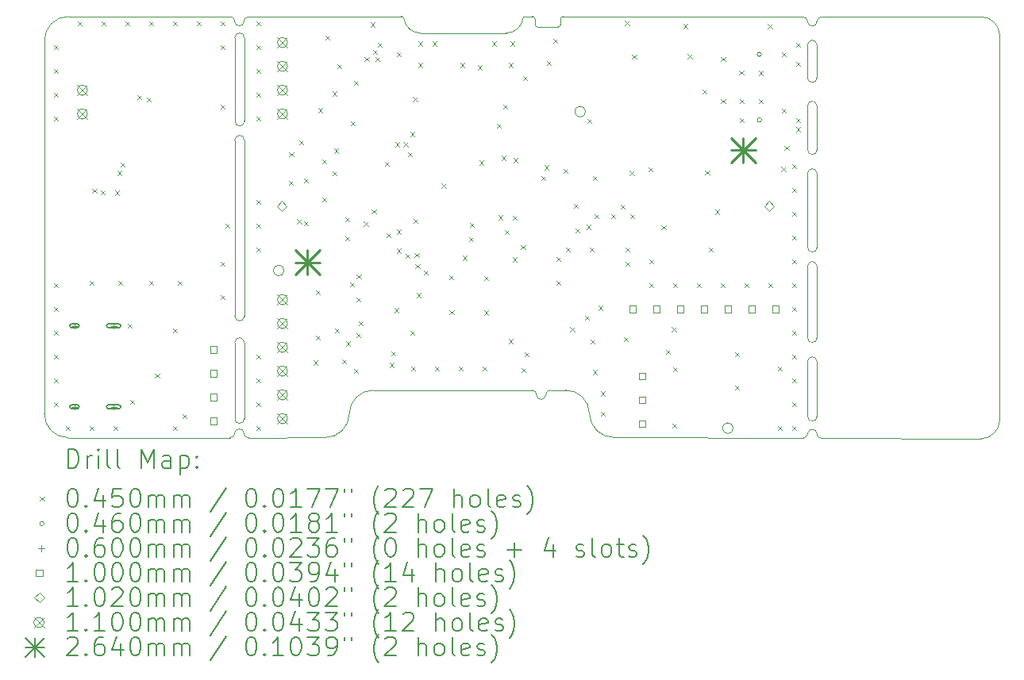
<source format=gbr>
%FSLAX45Y45*%
G04 Gerber Fmt 4.5, Leading zero omitted, Abs format (unit mm)*
G04 Created by KiCad (PCBNEW (6.0.0)) date 2022-01-31 09:48:51*
%MOMM*%
%LPD*%
G01*
G04 APERTURE LIST*
%TA.AperFunction,Profile*%
%ADD10C,0.050000*%
%TD*%
%ADD11C,0.200000*%
%ADD12C,0.045000*%
%ADD13C,0.046000*%
%ADD14C,0.060000*%
%ADD15C,0.100000*%
%ADD16C,0.102000*%
%ADD17C,0.110000*%
%ADD18C,0.264000*%
G04 APERTURE END LIST*
D10*
X22206400Y-13589000D02*
G75*
G03*
X22206400Y-13589000I-57600J0D01*
G01*
X25050000Y-9400000D02*
X25050000Y-13500000D01*
X23100000Y-9498800D02*
G75*
G03*
X23000000Y-9498800I-50000J0D01*
G01*
X24850000Y-9200000D02*
X23149921Y-9200241D01*
X22951079Y-9200241D02*
X20391481Y-9195161D01*
X24850000Y-13700000D02*
X23149921Y-13695680D01*
X22951079Y-13695319D02*
X20931423Y-13687311D01*
X23000000Y-10150000D02*
X23000000Y-10200000D01*
X23100000Y-10200000D02*
X23100000Y-10150000D01*
X23100000Y-10150000D02*
G75*
G03*
X23000000Y-10150000I-50000J0D01*
G01*
X23000000Y-10500000D02*
X23000000Y-10618000D01*
X23100000Y-10618000D02*
X23100000Y-10500000D01*
X23000000Y-10618000D02*
G75*
G03*
X23100000Y-10618000I50000J0D01*
G01*
X23000000Y-10870400D02*
X23000000Y-11000000D01*
X23100000Y-11000000D02*
X23100000Y-10870400D01*
X23100000Y-10870400D02*
G75*
G03*
X23000000Y-10870400I-50000J0D01*
G01*
X23000000Y-11659400D02*
G75*
G03*
X23100000Y-11659400I50000J0D01*
G01*
X23000000Y-11861000D02*
X23000000Y-12624600D01*
X23100000Y-12624600D02*
X23100000Y-11861000D01*
X23100000Y-11861000D02*
G75*
G03*
X23000000Y-11861000I-50000J0D01*
G01*
X23000000Y-12624600D02*
G75*
G03*
X23100000Y-12624600I50000J0D01*
G01*
X23000000Y-12877000D02*
X23000000Y-13300000D01*
X23100000Y-13300000D02*
X23100000Y-12877000D01*
X23100000Y-12877000D02*
G75*
G03*
X23000000Y-12877000I-50000J0D01*
G01*
X23000000Y-13300000D02*
X23000000Y-13462800D01*
X23100000Y-13462800D02*
X23100000Y-13300000D01*
X23000000Y-13462800D02*
G75*
G03*
X23100000Y-13462800I50000J0D01*
G01*
X23100000Y-9498800D02*
X23100000Y-9850000D01*
X23000000Y-9850000D02*
X23000000Y-9498800D01*
X23100000Y-10500000D02*
X23100000Y-10200000D01*
X23000000Y-10200000D02*
X23000000Y-10500000D01*
X23100000Y-11000000D02*
X23100000Y-11659400D01*
X23000000Y-11659400D02*
X23000000Y-11000000D01*
X16991000Y-11734800D02*
X16991000Y-12394200D01*
X20091400Y-9281160D02*
G75*
G03*
X20116800Y-9306560I25400J0D01*
G01*
X18694400Y-9220200D02*
G75*
G03*
X18669000Y-9194800I-25400J0D01*
G01*
X20066000Y-9194800D02*
X19989800Y-9194800D01*
X24850000Y-13700000D02*
G75*
G03*
X25050000Y-13500000I0J200000D01*
G01*
X20673813Y-13436921D02*
G75*
G03*
X20419813Y-13182921I-254000J0D01*
G01*
X16840200Y-13690600D02*
G75*
G03*
X16891000Y-13639800I0J50800D01*
G01*
X16891000Y-11605200D02*
X16891000Y-10769600D01*
X20391481Y-9195161D02*
G75*
G03*
X20366081Y-9220561I0J-25400D01*
G01*
X20091400Y-9220200D02*
X20091400Y-9281160D01*
X20091400Y-9220200D02*
G75*
G03*
X20066000Y-9194800I-25400J0D01*
G01*
X16891800Y-9422600D02*
X16891800Y-9552200D01*
X16891000Y-13488200D02*
G75*
G03*
X16991000Y-13488200I50000J0D01*
G01*
X16891800Y-10514800D02*
X16891000Y-10769600D01*
X16889122Y-9246430D02*
G75*
G03*
X16989122Y-9246430I50000J452D01*
G01*
X16991800Y-9552200D02*
X16991800Y-10313200D01*
X18694400Y-9220200D02*
G75*
G03*
X18872200Y-9372600I175082J24345D01*
G01*
X20109119Y-13232359D02*
G75*
G03*
X20208240Y-13233400I49571J443D01*
G01*
X23149921Y-9200241D02*
G75*
G03*
X23099121Y-9251041I0J-50800D01*
G01*
X17854395Y-13688795D02*
X17039042Y-13690961D01*
X20673813Y-13436921D02*
G75*
G03*
X20931423Y-13687311I257610J7324D01*
G01*
X20259040Y-13182600D02*
X20419813Y-13182921D01*
X20631600Y-10210800D02*
G75*
G03*
X20631600Y-10210800I-57600J0D01*
G01*
X20340681Y-9306560D02*
G75*
G03*
X20366081Y-9281160I0J25400D01*
G01*
X20060198Y-13182600D02*
X18366005Y-13184405D01*
X14859000Y-13436600D02*
G75*
G03*
X15113000Y-13690600I254000J0D01*
G01*
X16991000Y-12853400D02*
X16991000Y-13488200D01*
X23100000Y-13650000D02*
G75*
G03*
X23149921Y-13695680I45860J0D01*
G01*
X17854395Y-13688795D02*
G75*
G03*
X18112005Y-13438405I0J257715D01*
G01*
X23000000Y-9850000D02*
G75*
G03*
X23100000Y-9850000I50000J0D01*
G01*
X23100000Y-9250000D02*
X23100000Y-9250000D01*
X16891000Y-13488200D02*
X16891000Y-12853400D01*
X17416600Y-11906000D02*
G75*
G03*
X17416600Y-11906000I-57600J0D01*
G01*
X16891000Y-11605200D02*
X16891000Y-11734800D01*
X16991800Y-10514800D02*
G75*
G03*
X16891800Y-10514800I-50000J0D01*
G01*
X16991000Y-12673800D02*
G75*
G03*
X16891000Y-12673800I-50000J0D01*
G01*
X18872200Y-9372600D02*
X19786600Y-9372600D01*
X25050000Y-9400000D02*
G75*
G03*
X24850000Y-9200000I-200000J0D01*
G01*
X19989800Y-9194800D02*
G75*
G03*
X19964400Y-9220200I0J-25400D01*
G01*
X18669000Y-9194800D02*
X17039043Y-9196671D01*
X16891000Y-12394200D02*
X16891000Y-11734800D01*
X17039043Y-9196671D02*
G75*
G03*
X16989122Y-9246430I0J-49921D01*
G01*
X20366081Y-9220561D02*
X20366081Y-9281160D01*
X18366005Y-13184405D02*
G75*
G03*
X18112005Y-13438405I0J-254000D01*
G01*
X20109119Y-13232359D02*
G75*
G03*
X20060198Y-13182600I-48922J830D01*
G01*
X15114805Y-9196605D02*
G75*
G03*
X14860805Y-9450605I0J-254000D01*
G01*
X19786600Y-9372600D02*
G75*
G03*
X19964400Y-9220200I0J179917D01*
G01*
X16889122Y-9246430D02*
G75*
G03*
X16840201Y-9196671I-48925J827D01*
G01*
X14859000Y-13436600D02*
X14860805Y-9450605D01*
X16991000Y-10769600D02*
X16991800Y-10514800D01*
X23000000Y-9250000D02*
G75*
G03*
X23099121Y-9251041I49571J443D01*
G01*
X20340681Y-9306560D02*
X20116800Y-9306560D01*
X16989121Y-13645281D02*
G75*
G03*
X17039042Y-13690961I45860J0D01*
G01*
X16991800Y-9422600D02*
G75*
G03*
X16891800Y-9422600I-50000J0D01*
G01*
X16991800Y-9552200D02*
X16991800Y-9422600D01*
X22951079Y-13695319D02*
G75*
G03*
X23001879Y-13644519I0J50800D01*
G01*
X16891800Y-10313200D02*
G75*
G03*
X16991800Y-10313200I50000J0D01*
G01*
X16989121Y-13645281D02*
G75*
G03*
X16891000Y-13639800I-49214J0D01*
G01*
X16991000Y-11734800D02*
X16991000Y-11605200D01*
X16840200Y-13690600D02*
X15113000Y-13690600D01*
X16891000Y-12394200D02*
G75*
G03*
X16991000Y-12394200I50000J0D01*
G01*
X16991000Y-12853400D02*
X16991000Y-12673800D01*
X23000000Y-9250000D02*
G75*
G03*
X22951079Y-9200241I-48922J830D01*
G01*
X20259040Y-13182600D02*
G75*
G03*
X20208240Y-13233400I0J-50800D01*
G01*
X16891800Y-10313200D02*
X16891800Y-9552200D01*
X16891000Y-12673800D02*
X16891000Y-12853400D01*
X16989122Y-9246430D02*
X16989122Y-9246430D01*
X23100000Y-13650000D02*
G75*
G03*
X23001879Y-13644519I-49214J0D01*
G01*
X16840201Y-9196671D02*
X15114805Y-9196605D01*
X16991000Y-10769600D02*
X16991000Y-11605200D01*
D11*
D12*
X14963500Y-9502500D02*
X15008500Y-9547500D01*
X15008500Y-9502500D02*
X14963500Y-9547500D01*
X14963500Y-9756500D02*
X15008500Y-9801500D01*
X15008500Y-9756500D02*
X14963500Y-9801500D01*
X14963500Y-10010500D02*
X15008500Y-10055500D01*
X15008500Y-10010500D02*
X14963500Y-10055500D01*
X14963500Y-10264500D02*
X15008500Y-10309500D01*
X15008500Y-10264500D02*
X14963500Y-10309500D01*
X14963500Y-12042500D02*
X15008500Y-12087500D01*
X15008500Y-12042500D02*
X14963500Y-12087500D01*
X14963500Y-12296500D02*
X15008500Y-12341500D01*
X15008500Y-12296500D02*
X14963500Y-12341500D01*
X14963500Y-12550500D02*
X15008500Y-12595500D01*
X15008500Y-12550500D02*
X14963500Y-12595500D01*
X14963500Y-12804500D02*
X15008500Y-12849500D01*
X15008500Y-12804500D02*
X14963500Y-12849500D01*
X14963500Y-13058500D02*
X15008500Y-13103500D01*
X15008500Y-13058500D02*
X14963500Y-13103500D01*
X14963500Y-13312500D02*
X15008500Y-13357500D01*
X15008500Y-13312500D02*
X14963500Y-13357500D01*
X15090500Y-13566500D02*
X15135500Y-13611500D01*
X15135500Y-13566500D02*
X15090500Y-13611500D01*
X15217500Y-9248500D02*
X15262500Y-9293500D01*
X15262500Y-9248500D02*
X15217500Y-9293500D01*
X15344500Y-12017100D02*
X15389500Y-12062100D01*
X15389500Y-12017100D02*
X15344500Y-12062100D01*
X15344500Y-13566500D02*
X15389500Y-13611500D01*
X15389500Y-13566500D02*
X15344500Y-13611500D01*
X15372440Y-11031580D02*
X15417440Y-11076580D01*
X15417440Y-11031580D02*
X15372440Y-11076580D01*
X15462082Y-11051235D02*
X15507082Y-11096235D01*
X15507082Y-11051235D02*
X15462082Y-11096235D01*
X15471500Y-9248500D02*
X15516500Y-9293500D01*
X15516500Y-9248500D02*
X15471500Y-9293500D01*
X15598500Y-13566500D02*
X15643500Y-13611500D01*
X15643500Y-13566500D02*
X15598500Y-13611500D01*
X15614355Y-11054949D02*
X15659355Y-11099949D01*
X15659355Y-11054949D02*
X15614355Y-11099949D01*
X15636600Y-10843620D02*
X15681600Y-10888620D01*
X15681600Y-10843620D02*
X15636600Y-10888620D01*
X15649300Y-12017100D02*
X15694300Y-12062100D01*
X15694300Y-12017100D02*
X15649300Y-12062100D01*
X15670890Y-10755990D02*
X15715890Y-10800990D01*
X15715890Y-10755990D02*
X15670890Y-10800990D01*
X15725500Y-9248500D02*
X15770500Y-9293500D01*
X15770500Y-9248500D02*
X15725500Y-9293500D01*
X15750900Y-12474300D02*
X15795900Y-12519300D01*
X15795900Y-12474300D02*
X15750900Y-12519300D01*
X15776300Y-13287100D02*
X15821300Y-13332100D01*
X15821300Y-13287100D02*
X15776300Y-13332100D01*
X15852500Y-10035900D02*
X15897500Y-10080900D01*
X15897500Y-10035900D02*
X15852500Y-10080900D01*
X15954100Y-10061300D02*
X15999100Y-10106300D01*
X15999100Y-10061300D02*
X15954100Y-10106300D01*
X15979500Y-9248500D02*
X16024500Y-9293500D01*
X16024500Y-9248500D02*
X15979500Y-9293500D01*
X15979500Y-12017100D02*
X16024500Y-12062100D01*
X16024500Y-12017100D02*
X15979500Y-12062100D01*
X16040705Y-13005636D02*
X16085705Y-13050636D01*
X16085705Y-13005636D02*
X16040705Y-13050636D01*
X16233500Y-9248500D02*
X16278500Y-9293500D01*
X16278500Y-9248500D02*
X16233500Y-9293500D01*
X16233500Y-12525100D02*
X16278500Y-12570100D01*
X16278500Y-12525100D02*
X16233500Y-12570100D01*
X16233500Y-13566500D02*
X16278500Y-13611500D01*
X16278500Y-13566500D02*
X16233500Y-13611500D01*
X16284300Y-12017100D02*
X16329300Y-12062100D01*
X16329300Y-12017100D02*
X16284300Y-12062100D01*
X16335100Y-13439500D02*
X16380100Y-13484500D01*
X16380100Y-13439500D02*
X16335100Y-13484500D01*
X16487500Y-9248500D02*
X16532500Y-9293500D01*
X16532500Y-9248500D02*
X16487500Y-9293500D01*
X16741500Y-9248500D02*
X16786500Y-9293500D01*
X16786500Y-9248500D02*
X16741500Y-9293500D01*
X16741500Y-9502500D02*
X16786500Y-9547500D01*
X16786500Y-9502500D02*
X16741500Y-9547500D01*
X16741500Y-10137500D02*
X16786500Y-10182500D01*
X16786500Y-10137500D02*
X16741500Y-10182500D01*
X16741500Y-11813900D02*
X16786500Y-11858900D01*
X16786500Y-11813900D02*
X16741500Y-11858900D01*
X16741500Y-12169500D02*
X16786500Y-12214500D01*
X16786500Y-12169500D02*
X16741500Y-12214500D01*
X16792300Y-11407500D02*
X16837300Y-11452500D01*
X16837300Y-11407500D02*
X16792300Y-11452500D01*
X17122500Y-9248500D02*
X17167500Y-9293500D01*
X17167500Y-9248500D02*
X17122500Y-9293500D01*
X17122500Y-9502500D02*
X17167500Y-9547500D01*
X17167500Y-9502500D02*
X17122500Y-9547500D01*
X17122500Y-9756500D02*
X17167500Y-9801500D01*
X17167500Y-9756500D02*
X17122500Y-9801500D01*
X17122500Y-10010500D02*
X17167500Y-10055500D01*
X17167500Y-10010500D02*
X17122500Y-10055500D01*
X17122500Y-10264500D02*
X17167500Y-10309500D01*
X17167500Y-10264500D02*
X17122500Y-10309500D01*
X17122500Y-11153500D02*
X17167500Y-11198500D01*
X17167500Y-11153500D02*
X17122500Y-11198500D01*
X17122500Y-11407500D02*
X17167500Y-11452500D01*
X17167500Y-11407500D02*
X17122500Y-11452500D01*
X17122500Y-11661500D02*
X17167500Y-11706500D01*
X17167500Y-11661500D02*
X17122500Y-11706500D01*
X17122500Y-12804500D02*
X17167500Y-12849500D01*
X17167500Y-12804500D02*
X17122500Y-12849500D01*
X17122500Y-13058500D02*
X17167500Y-13103500D01*
X17167500Y-13058500D02*
X17122500Y-13103500D01*
X17122500Y-13312500D02*
X17167500Y-13357500D01*
X17167500Y-13312500D02*
X17122500Y-13357500D01*
X17122500Y-13566500D02*
X17167500Y-13611500D01*
X17167500Y-13566500D02*
X17122500Y-13611500D01*
X17465400Y-10950300D02*
X17510400Y-10995300D01*
X17510400Y-10950300D02*
X17465400Y-10995300D01*
X17470353Y-10646750D02*
X17515353Y-10691750D01*
X17515353Y-10646750D02*
X17470353Y-10691750D01*
X17556369Y-11358769D02*
X17601369Y-11403769D01*
X17601369Y-11358769D02*
X17556369Y-11403769D01*
X17579700Y-10518500D02*
X17624700Y-10563500D01*
X17624700Y-10518500D02*
X17579700Y-10563500D01*
X17630500Y-10924900D02*
X17675500Y-10969900D01*
X17675500Y-10924900D02*
X17630500Y-10969900D01*
X17630500Y-11382100D02*
X17675500Y-11427100D01*
X17675500Y-11382100D02*
X17630500Y-11427100D01*
X17732100Y-12868000D02*
X17777100Y-12913000D01*
X17777100Y-12868000D02*
X17732100Y-12913000D01*
X17757500Y-12118700D02*
X17802500Y-12163700D01*
X17802500Y-12118700D02*
X17757500Y-12163700D01*
X17757500Y-12601300D02*
X17802500Y-12646300D01*
X17802500Y-12601300D02*
X17757500Y-12646300D01*
X17782900Y-10175600D02*
X17827900Y-10220600D01*
X17827900Y-10175600D02*
X17782900Y-10220600D01*
X17821000Y-10721700D02*
X17866000Y-10766700D01*
X17866000Y-10721700D02*
X17821000Y-10766700D01*
X17821000Y-11128100D02*
X17866000Y-11173100D01*
X17866000Y-11128100D02*
X17821000Y-11173100D01*
X17859100Y-9400900D02*
X17904100Y-9445900D01*
X17904100Y-9400900D02*
X17859100Y-9445900D01*
X17935300Y-9997800D02*
X17980300Y-10042800D01*
X17980300Y-9997800D02*
X17935300Y-10042800D01*
X17935300Y-10848700D02*
X17980300Y-10893700D01*
X17980300Y-10848700D02*
X17935300Y-10893700D01*
X17948000Y-10607400D02*
X17993000Y-10652400D01*
X17993000Y-10607400D02*
X17948000Y-10652400D01*
X17960700Y-12525100D02*
X18005700Y-12570100D01*
X18005700Y-12525100D02*
X17960700Y-12570100D01*
X17986100Y-9705700D02*
X18031100Y-9750700D01*
X18031100Y-9705700D02*
X17986100Y-9750700D01*
X18036900Y-12855300D02*
X18081900Y-12900300D01*
X18081900Y-12855300D02*
X18036900Y-12900300D01*
X18068500Y-11339500D02*
X18113500Y-11384500D01*
X18113500Y-11339500D02*
X18068500Y-11384500D01*
X18069748Y-11539752D02*
X18114748Y-11584752D01*
X18114748Y-11539752D02*
X18069748Y-11584752D01*
X18075000Y-12664800D02*
X18120000Y-12709800D01*
X18120000Y-12664800D02*
X18075000Y-12709800D01*
X18116550Y-12030276D02*
X18161550Y-12075276D01*
X18161550Y-12030276D02*
X18116550Y-12075276D01*
X18125800Y-10315300D02*
X18170800Y-10360300D01*
X18170800Y-10315300D02*
X18125800Y-10360300D01*
X18163900Y-9883500D02*
X18208900Y-9928500D01*
X18208900Y-9883500D02*
X18163900Y-9928500D01*
X18163900Y-12956900D02*
X18208900Y-13001900D01*
X18208900Y-12956900D02*
X18163900Y-13001900D01*
X18189300Y-12194900D02*
X18234300Y-12239900D01*
X18234300Y-12194900D02*
X18189300Y-12239900D01*
X18189300Y-12575900D02*
X18234300Y-12620900D01*
X18234300Y-12575900D02*
X18189300Y-12620900D01*
X18191500Y-11950500D02*
X18236500Y-11995500D01*
X18236500Y-11950500D02*
X18191500Y-11995500D01*
X18214700Y-12448900D02*
X18259700Y-12493900D01*
X18259700Y-12448900D02*
X18214700Y-12493900D01*
X18266212Y-11384500D02*
X18311212Y-11429500D01*
X18311212Y-11384500D02*
X18266212Y-11429500D01*
X18274524Y-9628786D02*
X18319524Y-9673786D01*
X18319524Y-9628786D02*
X18274524Y-9673786D01*
X18341700Y-9261200D02*
X18386700Y-9306200D01*
X18386700Y-9261200D02*
X18341700Y-9306200D01*
X18351500Y-11256500D02*
X18396500Y-11301500D01*
X18396500Y-11256500D02*
X18351500Y-11301500D01*
X18367100Y-9553300D02*
X18412100Y-9598300D01*
X18412100Y-9553300D02*
X18367100Y-9598300D01*
X18392500Y-9629500D02*
X18437500Y-9674500D01*
X18437500Y-9629500D02*
X18392500Y-9674500D01*
X18417900Y-9477100D02*
X18462900Y-9522100D01*
X18462900Y-9477100D02*
X18417900Y-9522100D01*
X18494100Y-10747100D02*
X18539100Y-10792100D01*
X18539100Y-10747100D02*
X18494100Y-10792100D01*
X18506800Y-11509100D02*
X18551800Y-11554100D01*
X18551800Y-11509100D02*
X18506800Y-11554100D01*
X18544900Y-12893400D02*
X18589900Y-12938400D01*
X18589900Y-12893400D02*
X18544900Y-12938400D01*
X18557500Y-12767500D02*
X18602500Y-12812500D01*
X18602500Y-12767500D02*
X18557500Y-12812500D01*
X18595700Y-12309200D02*
X18640700Y-12354200D01*
X18640700Y-12309200D02*
X18595700Y-12354200D01*
X18601800Y-10537800D02*
X18646800Y-10582800D01*
X18646800Y-10537800D02*
X18601800Y-10582800D01*
X18616967Y-11671967D02*
X18661967Y-11716967D01*
X18661967Y-11671967D02*
X18616967Y-11716967D01*
X18621100Y-9578700D02*
X18666100Y-9623700D01*
X18666100Y-9578700D02*
X18621100Y-9623700D01*
X18621100Y-11471000D02*
X18666100Y-11516000D01*
X18666100Y-11471000D02*
X18621100Y-11516000D01*
X18690700Y-10537800D02*
X18735700Y-10582800D01*
X18735700Y-10537800D02*
X18690700Y-10582800D01*
X18708935Y-11726869D02*
X18753935Y-11771869D01*
X18753935Y-11726869D02*
X18708935Y-11771869D01*
X18735400Y-10645500D02*
X18780400Y-10690500D01*
X18780400Y-10645500D02*
X18735400Y-10690500D01*
X18760800Y-10429600D02*
X18805800Y-10474600D01*
X18805800Y-10429600D02*
X18760800Y-10474600D01*
X18760800Y-12550500D02*
X18805800Y-12595500D01*
X18805800Y-12550500D02*
X18760800Y-12595500D01*
X18773500Y-12931500D02*
X18818500Y-12976500D01*
X18818500Y-12931500D02*
X18773500Y-12976500D01*
X18792800Y-10055200D02*
X18837800Y-10100200D01*
X18837800Y-10055200D02*
X18792800Y-10100200D01*
X18798900Y-11356700D02*
X18843900Y-11401700D01*
X18843900Y-11356700D02*
X18798900Y-11401700D01*
X18808609Y-11718789D02*
X18853609Y-11763789D01*
X18853609Y-11718789D02*
X18808609Y-11763789D01*
X18817469Y-11835402D02*
X18862469Y-11880402D01*
X18862469Y-11835402D02*
X18817469Y-11880402D01*
X18829500Y-12148500D02*
X18874500Y-12193500D01*
X18874500Y-12148500D02*
X18829500Y-12193500D01*
X18849700Y-9464400D02*
X18894700Y-9509400D01*
X18894700Y-9464400D02*
X18849700Y-9509400D01*
X18849700Y-9693000D02*
X18894700Y-9738000D01*
X18894700Y-9693000D02*
X18849700Y-9738000D01*
X18903500Y-11908500D02*
X18948500Y-11953500D01*
X18948500Y-11908500D02*
X18903500Y-11953500D01*
X19002100Y-9464400D02*
X19047100Y-9509400D01*
X19047100Y-9464400D02*
X19002100Y-9509400D01*
X19027500Y-12931500D02*
X19072500Y-12976500D01*
X19072500Y-12931500D02*
X19027500Y-12976500D01*
X19097500Y-10977500D02*
X19142500Y-11022500D01*
X19142500Y-10977500D02*
X19097500Y-11022500D01*
X19177500Y-11957500D02*
X19222500Y-12002500D01*
X19222500Y-11957500D02*
X19177500Y-12002500D01*
X19182500Y-12327500D02*
X19227500Y-12372500D01*
X19227500Y-12327500D02*
X19182500Y-12372500D01*
X19281500Y-12931500D02*
X19326500Y-12976500D01*
X19326500Y-12931500D02*
X19281500Y-12976500D01*
X19294200Y-9693000D02*
X19339200Y-9738000D01*
X19339200Y-9693000D02*
X19294200Y-9738000D01*
X19319600Y-11750400D02*
X19364600Y-11795400D01*
X19364600Y-11750400D02*
X19319600Y-11795400D01*
X19390500Y-11547500D02*
X19435500Y-11592500D01*
X19435500Y-11547500D02*
X19390500Y-11592500D01*
X19397500Y-11397500D02*
X19442500Y-11442500D01*
X19442500Y-11397500D02*
X19397500Y-11442500D01*
X19484700Y-9718400D02*
X19529700Y-9763400D01*
X19529700Y-9718400D02*
X19484700Y-9763400D01*
X19497400Y-10734400D02*
X19542400Y-10779400D01*
X19542400Y-10734400D02*
X19497400Y-10779400D01*
X19535500Y-12931500D02*
X19580500Y-12976500D01*
X19580500Y-12931500D02*
X19535500Y-12976500D01*
X19547500Y-11962500D02*
X19592500Y-12007500D01*
X19592500Y-11962500D02*
X19547500Y-12007500D01*
X19547500Y-12332500D02*
X19592500Y-12377500D01*
X19592500Y-12332500D02*
X19547500Y-12377500D01*
X19637100Y-9464400D02*
X19682100Y-9509400D01*
X19682100Y-9464400D02*
X19637100Y-9509400D01*
X19687900Y-10340700D02*
X19732900Y-10385700D01*
X19732900Y-10340700D02*
X19687900Y-10385700D01*
X19700600Y-11318600D02*
X19745600Y-11363600D01*
X19745600Y-11318600D02*
X19700600Y-11363600D01*
X19738700Y-10683600D02*
X19783700Y-10728600D01*
X19783700Y-10683600D02*
X19738700Y-10728600D01*
X19751400Y-10137500D02*
X19796400Y-10182500D01*
X19796400Y-10137500D02*
X19751400Y-10182500D01*
X19769500Y-11472500D02*
X19814500Y-11517500D01*
X19814500Y-11472500D02*
X19769500Y-11517500D01*
X19814900Y-9693000D02*
X19859900Y-9738000D01*
X19859900Y-9693000D02*
X19814900Y-9738000D01*
X19814900Y-12639400D02*
X19859900Y-12684400D01*
X19859900Y-12639400D02*
X19814900Y-12684400D01*
X19827600Y-9464400D02*
X19872600Y-9509400D01*
X19872600Y-9464400D02*
X19827600Y-9509400D01*
X19852500Y-11322500D02*
X19897500Y-11367500D01*
X19897500Y-11322500D02*
X19852500Y-11367500D01*
X19852507Y-11766479D02*
X19897507Y-11811479D01*
X19897507Y-11766479D02*
X19852507Y-11811479D01*
X19865700Y-10709000D02*
X19910700Y-10754000D01*
X19910700Y-10709000D02*
X19865700Y-10754000D01*
X19943500Y-11636500D02*
X19988500Y-11681500D01*
X19988500Y-11636500D02*
X19943500Y-11681500D01*
X19947500Y-12947500D02*
X19992500Y-12992500D01*
X19992500Y-12947500D02*
X19947500Y-12992500D01*
X19967300Y-9832700D02*
X20012300Y-9877700D01*
X20012300Y-9832700D02*
X19967300Y-9877700D01*
X19980000Y-12779100D02*
X20025000Y-12824100D01*
X20025000Y-12779100D02*
X19980000Y-12824100D01*
X20157800Y-10899500D02*
X20202800Y-10944500D01*
X20202800Y-10899500D02*
X20157800Y-10944500D01*
X20195900Y-10785200D02*
X20240900Y-10830200D01*
X20240900Y-10785200D02*
X20195900Y-10830200D01*
X20221300Y-9670140D02*
X20266300Y-9715140D01*
X20266300Y-9670140D02*
X20221300Y-9715140D01*
X20287340Y-9431380D02*
X20332340Y-9476380D01*
X20332340Y-9431380D02*
X20287340Y-9476380D01*
X20322900Y-11763100D02*
X20367900Y-11808100D01*
X20367900Y-11763100D02*
X20322900Y-11808100D01*
X20322900Y-12017100D02*
X20367900Y-12062100D01*
X20367900Y-12017100D02*
X20322900Y-12062100D01*
X20399100Y-10823300D02*
X20444100Y-10868300D01*
X20444100Y-10823300D02*
X20399100Y-10868300D01*
X20424500Y-11661500D02*
X20469500Y-11706500D01*
X20469500Y-11661500D02*
X20424500Y-11706500D01*
X20467500Y-12512500D02*
X20512500Y-12557500D01*
X20512500Y-12512500D02*
X20467500Y-12557500D01*
X20507500Y-11197500D02*
X20552500Y-11242500D01*
X20552500Y-11197500D02*
X20507500Y-11242500D01*
X20526100Y-11458300D02*
X20571100Y-11503300D01*
X20571100Y-11458300D02*
X20526100Y-11503300D01*
X20627700Y-12387450D02*
X20672700Y-12432450D01*
X20672700Y-12387450D02*
X20627700Y-12432450D01*
X20640400Y-11420200D02*
X20685400Y-11465200D01*
X20685400Y-11420200D02*
X20640400Y-11465200D01*
X20653100Y-10289900D02*
X20698100Y-10334900D01*
X20698100Y-10289900D02*
X20653100Y-10334900D01*
X20678500Y-11661500D02*
X20723500Y-11706500D01*
X20723500Y-11661500D02*
X20678500Y-11706500D01*
X20682500Y-12642500D02*
X20727500Y-12687500D01*
X20727500Y-12642500D02*
X20682500Y-12687500D01*
X20707500Y-10897500D02*
X20752500Y-10942500D01*
X20752500Y-10897500D02*
X20707500Y-10942500D01*
X20707500Y-12967500D02*
X20752500Y-13012500D01*
X20752500Y-12967500D02*
X20707500Y-13012500D01*
X20729300Y-11305900D02*
X20774300Y-11350900D01*
X20774300Y-11305900D02*
X20729300Y-11350900D01*
X20767400Y-12283800D02*
X20812400Y-12328800D01*
X20812400Y-12283800D02*
X20767400Y-12328800D01*
X20792800Y-13198200D02*
X20837800Y-13243200D01*
X20837800Y-13198200D02*
X20792800Y-13243200D01*
X20792800Y-13414100D02*
X20837800Y-13459100D01*
X20837800Y-13414100D02*
X20792800Y-13459100D01*
X20907100Y-11305900D02*
X20952100Y-11350900D01*
X20952100Y-11305900D02*
X20907100Y-11350900D01*
X21008700Y-11204300D02*
X21053700Y-11249300D01*
X21053700Y-11204300D02*
X21008700Y-11249300D01*
X21037500Y-12617500D02*
X21082500Y-12662500D01*
X21082500Y-12617500D02*
X21037500Y-12662500D01*
X21052500Y-9242500D02*
X21097500Y-9287500D01*
X21097500Y-9242500D02*
X21052500Y-9287500D01*
X21059500Y-11661500D02*
X21104500Y-11706500D01*
X21104500Y-11661500D02*
X21059500Y-11706500D01*
X21059500Y-11813900D02*
X21104500Y-11858900D01*
X21104500Y-11813900D02*
X21059500Y-11858900D01*
X21102500Y-10842500D02*
X21147500Y-10887500D01*
X21147500Y-10842500D02*
X21102500Y-10887500D01*
X21110300Y-11305900D02*
X21155300Y-11350900D01*
X21155300Y-11305900D02*
X21110300Y-11350900D01*
X21127500Y-9602500D02*
X21172500Y-9647500D01*
X21172500Y-9602500D02*
X21127500Y-9647500D01*
X21302500Y-10807500D02*
X21347500Y-10852500D01*
X21347500Y-10807500D02*
X21302500Y-10852500D01*
X21313500Y-11788500D02*
X21358500Y-11833500D01*
X21358500Y-11788500D02*
X21313500Y-11833500D01*
X21313500Y-12042500D02*
X21358500Y-12087500D01*
X21358500Y-12042500D02*
X21313500Y-12087500D01*
X21441800Y-11421500D02*
X21486800Y-11466500D01*
X21486800Y-11421500D02*
X21441800Y-11466500D01*
X21491300Y-12753700D02*
X21536300Y-12798700D01*
X21536300Y-12753700D02*
X21491300Y-12798700D01*
X21552500Y-12512500D02*
X21597500Y-12557500D01*
X21597500Y-12512500D02*
X21552500Y-12557500D01*
X21554800Y-13541100D02*
X21599800Y-13586100D01*
X21599800Y-13541100D02*
X21554800Y-13586100D01*
X21562700Y-12936300D02*
X21607700Y-12981300D01*
X21607700Y-12936300D02*
X21562700Y-12981300D01*
X21567500Y-12042500D02*
X21612500Y-12087500D01*
X21612500Y-12042500D02*
X21567500Y-12087500D01*
X21677500Y-9277500D02*
X21722500Y-9322500D01*
X21722500Y-9277500D02*
X21677500Y-9322500D01*
X21722500Y-9597500D02*
X21767500Y-9642500D01*
X21767500Y-9597500D02*
X21722500Y-9642500D01*
X21821500Y-12042500D02*
X21866500Y-12087500D01*
X21866500Y-12042500D02*
X21821500Y-12087500D01*
X21877500Y-9977500D02*
X21922500Y-10022500D01*
X21922500Y-9977500D02*
X21877500Y-10022500D01*
X21907500Y-10837500D02*
X21952500Y-10882500D01*
X21952500Y-10837500D02*
X21907500Y-10882500D01*
X21948500Y-11661500D02*
X21993500Y-11706500D01*
X21993500Y-11661500D02*
X21948500Y-11706500D01*
X22012500Y-11257500D02*
X22057500Y-11302500D01*
X22057500Y-11257500D02*
X22012500Y-11302500D01*
X22075500Y-12042500D02*
X22120500Y-12087500D01*
X22120500Y-12042500D02*
X22075500Y-12087500D01*
X22077500Y-9627500D02*
X22122500Y-9672500D01*
X22122500Y-9627500D02*
X22077500Y-9672500D01*
X22077500Y-10077500D02*
X22122500Y-10122500D01*
X22122500Y-10077500D02*
X22077500Y-10122500D01*
X22227900Y-12779100D02*
X22272900Y-12824100D01*
X22272900Y-12779100D02*
X22227900Y-12824100D01*
X22227900Y-13134700D02*
X22272900Y-13179700D01*
X22272900Y-13134700D02*
X22227900Y-13179700D01*
X22270525Y-9770525D02*
X22315525Y-9815525D01*
X22315525Y-9770525D02*
X22270525Y-9815525D01*
X22277500Y-10077500D02*
X22322500Y-10122500D01*
X22322500Y-10077500D02*
X22277500Y-10122500D01*
X22277500Y-10277500D02*
X22322500Y-10322500D01*
X22322500Y-10277500D02*
X22277500Y-10322500D01*
X22329500Y-12042500D02*
X22374500Y-12087500D01*
X22374500Y-12042500D02*
X22329500Y-12087500D01*
X22477500Y-9777500D02*
X22522500Y-9822500D01*
X22522500Y-9777500D02*
X22477500Y-9822500D01*
X22477500Y-10077500D02*
X22522500Y-10122500D01*
X22522500Y-10077500D02*
X22477500Y-10122500D01*
X22577500Y-9277500D02*
X22622500Y-9322500D01*
X22622500Y-9277500D02*
X22577500Y-9322500D01*
X22583500Y-12042500D02*
X22628500Y-12087500D01*
X22628500Y-12042500D02*
X22583500Y-12087500D01*
X22685100Y-12931500D02*
X22730100Y-12976500D01*
X22730100Y-12931500D02*
X22685100Y-12976500D01*
X22685100Y-13566500D02*
X22730100Y-13611500D01*
X22730100Y-13566500D02*
X22685100Y-13611500D01*
X22719500Y-10800500D02*
X22764500Y-10845500D01*
X22764500Y-10800500D02*
X22719500Y-10845500D01*
X22727500Y-9577500D02*
X22772500Y-9622500D01*
X22772500Y-9577500D02*
X22727500Y-9622500D01*
X22727500Y-10177500D02*
X22772500Y-10222500D01*
X22772500Y-10177500D02*
X22727500Y-10222500D01*
X22755500Y-10575500D02*
X22800500Y-10620500D01*
X22800500Y-10575500D02*
X22755500Y-10620500D01*
X22837500Y-10772500D02*
X22882500Y-10817500D01*
X22882500Y-10772500D02*
X22837500Y-10817500D01*
X22837500Y-11026500D02*
X22882500Y-11071500D01*
X22882500Y-11026500D02*
X22837500Y-11071500D01*
X22837500Y-11280500D02*
X22882500Y-11325500D01*
X22882500Y-11280500D02*
X22837500Y-11325500D01*
X22837500Y-11534500D02*
X22882500Y-11579500D01*
X22882500Y-11534500D02*
X22837500Y-11579500D01*
X22837500Y-11788500D02*
X22882500Y-11833500D01*
X22882500Y-11788500D02*
X22837500Y-11833500D01*
X22837500Y-12042500D02*
X22882500Y-12087500D01*
X22882500Y-12042500D02*
X22837500Y-12087500D01*
X22837500Y-12296500D02*
X22882500Y-12341500D01*
X22882500Y-12296500D02*
X22837500Y-12341500D01*
X22837500Y-12550500D02*
X22882500Y-12595500D01*
X22882500Y-12550500D02*
X22837500Y-12595500D01*
X22837500Y-12804500D02*
X22882500Y-12849500D01*
X22882500Y-12804500D02*
X22837500Y-12849500D01*
X22837500Y-13058500D02*
X22882500Y-13103500D01*
X22882500Y-13058500D02*
X22837500Y-13103500D01*
X22837500Y-13312500D02*
X22882500Y-13357500D01*
X22882500Y-13312500D02*
X22837500Y-13357500D01*
X22837500Y-13566500D02*
X22882500Y-13611500D01*
X22882500Y-13566500D02*
X22837500Y-13611500D01*
X22877500Y-9477500D02*
X22922500Y-9522500D01*
X22922500Y-9477500D02*
X22877500Y-9522500D01*
X22877500Y-9677500D02*
X22922500Y-9722500D01*
X22922500Y-9677500D02*
X22877500Y-9722500D01*
X22877500Y-10277500D02*
X22922500Y-10322500D01*
X22922500Y-10277500D02*
X22877500Y-10322500D01*
X22877500Y-10377500D02*
X22922500Y-10422500D01*
X22922500Y-10377500D02*
X22877500Y-10422500D01*
D13*
X22508300Y-9600750D02*
G75*
G03*
X22508300Y-9600750I-23000J0D01*
G01*
X22508300Y-10299250D02*
G75*
G03*
X22508300Y-10299250I-23000J0D01*
G01*
D14*
X15180600Y-12466600D02*
X15180600Y-12526600D01*
X15150600Y-12496600D02*
X15210600Y-12496600D01*
D11*
X15210600Y-12476600D02*
X15150600Y-12476600D01*
X15210600Y-12516600D02*
X15150600Y-12516600D01*
X15150600Y-12476600D02*
G75*
G03*
X15150600Y-12516600I0J-20000D01*
G01*
X15210600Y-12516600D02*
G75*
G03*
X15210600Y-12476600I0J20000D01*
G01*
D14*
X15180600Y-13330600D02*
X15180600Y-13390600D01*
X15150600Y-13360600D02*
X15210600Y-13360600D01*
D11*
X15210600Y-13340600D02*
X15150600Y-13340600D01*
X15210600Y-13380600D02*
X15150600Y-13380600D01*
X15150600Y-13340600D02*
G75*
G03*
X15150600Y-13380600I0J-20000D01*
G01*
X15210600Y-13380600D02*
G75*
G03*
X15210600Y-13340600I0J20000D01*
G01*
D14*
X15598600Y-12466600D02*
X15598600Y-12526600D01*
X15568600Y-12496600D02*
X15628600Y-12496600D01*
D11*
X15653600Y-12476600D02*
X15543600Y-12476600D01*
X15653600Y-12516600D02*
X15543600Y-12516600D01*
X15543600Y-12476600D02*
G75*
G03*
X15543600Y-12516600I0J-20000D01*
G01*
X15653600Y-12516600D02*
G75*
G03*
X15653600Y-12476600I0J20000D01*
G01*
D14*
X15598600Y-13330600D02*
X15598600Y-13390600D01*
X15568600Y-13360600D02*
X15628600Y-13360600D01*
D11*
X15653600Y-13340600D02*
X15543600Y-13340600D01*
X15653600Y-13380600D02*
X15543600Y-13380600D01*
X15543600Y-13340600D02*
G75*
G03*
X15543600Y-13380600I0J-20000D01*
G01*
X15653600Y-13380600D02*
G75*
G03*
X15653600Y-13340600I0J20000D01*
G01*
D15*
X16697756Y-12786156D02*
X16697756Y-12715444D01*
X16627044Y-12715444D01*
X16627044Y-12786156D01*
X16697756Y-12786156D01*
X16697756Y-13040156D02*
X16697756Y-12969444D01*
X16627044Y-12969444D01*
X16627044Y-13040156D01*
X16697756Y-13040156D01*
X16697756Y-13294156D02*
X16697756Y-13223444D01*
X16627044Y-13223444D01*
X16627044Y-13294156D01*
X16697756Y-13294156D01*
X16697756Y-13548156D02*
X16697756Y-13477444D01*
X16627044Y-13477444D01*
X16627044Y-13548156D01*
X16697756Y-13548156D01*
X21168156Y-12354356D02*
X21168156Y-12283644D01*
X21097444Y-12283644D01*
X21097444Y-12354356D01*
X21168156Y-12354356D01*
X21269756Y-13067056D02*
X21269756Y-12996344D01*
X21199044Y-12996344D01*
X21199044Y-13067056D01*
X21269756Y-13067056D01*
X21269756Y-13321056D02*
X21269756Y-13250344D01*
X21199044Y-13250344D01*
X21199044Y-13321056D01*
X21269756Y-13321056D01*
X21269756Y-13575056D02*
X21269756Y-13504344D01*
X21199044Y-13504344D01*
X21199044Y-13575056D01*
X21269756Y-13575056D01*
X21422156Y-12354356D02*
X21422156Y-12283644D01*
X21351444Y-12283644D01*
X21351444Y-12354356D01*
X21422156Y-12354356D01*
X21676156Y-12354356D02*
X21676156Y-12283644D01*
X21605444Y-12283644D01*
X21605444Y-12354356D01*
X21676156Y-12354356D01*
X21930156Y-12354356D02*
X21930156Y-12283644D01*
X21859444Y-12283644D01*
X21859444Y-12354356D01*
X21930156Y-12354356D01*
X22184156Y-12354356D02*
X22184156Y-12283644D01*
X22113444Y-12283644D01*
X22113444Y-12354356D01*
X22184156Y-12354356D01*
X22438156Y-12354356D02*
X22438156Y-12283644D01*
X22367444Y-12283644D01*
X22367444Y-12354356D01*
X22438156Y-12354356D01*
X22692156Y-12354356D02*
X22692156Y-12283644D01*
X22621444Y-12283644D01*
X22621444Y-12354356D01*
X22692156Y-12354356D01*
D16*
X17390300Y-11268220D02*
X17441300Y-11217220D01*
X17390300Y-11166220D01*
X17339300Y-11217220D01*
X17390300Y-11268220D01*
X22589300Y-11268220D02*
X22640300Y-11217220D01*
X22589300Y-11166220D01*
X22538300Y-11217220D01*
X22589300Y-11268220D01*
D17*
X15210400Y-9927200D02*
X15320400Y-10037200D01*
X15320400Y-9927200D02*
X15210400Y-10037200D01*
X15320400Y-9982200D02*
G75*
G03*
X15320400Y-9982200I-55000J0D01*
G01*
X15210400Y-10181200D02*
X15320400Y-10291200D01*
X15320400Y-10181200D02*
X15210400Y-10291200D01*
X15320400Y-10236200D02*
G75*
G03*
X15320400Y-10236200I-55000J0D01*
G01*
X17344000Y-9418700D02*
X17454000Y-9528700D01*
X17454000Y-9418700D02*
X17344000Y-9528700D01*
X17454000Y-9473700D02*
G75*
G03*
X17454000Y-9473700I-55000J0D01*
G01*
X17344000Y-9672700D02*
X17454000Y-9782700D01*
X17454000Y-9672700D02*
X17344000Y-9782700D01*
X17454000Y-9727700D02*
G75*
G03*
X17454000Y-9727700I-55000J0D01*
G01*
X17344000Y-9926700D02*
X17454000Y-10036700D01*
X17454000Y-9926700D02*
X17344000Y-10036700D01*
X17454000Y-9981700D02*
G75*
G03*
X17454000Y-9981700I-55000J0D01*
G01*
X17344000Y-10180700D02*
X17454000Y-10290700D01*
X17454000Y-10180700D02*
X17344000Y-10290700D01*
X17454000Y-10235700D02*
G75*
G03*
X17454000Y-10235700I-55000J0D01*
G01*
X17344000Y-12162400D02*
X17454000Y-12272400D01*
X17454000Y-12162400D02*
X17344000Y-12272400D01*
X17454000Y-12217400D02*
G75*
G03*
X17454000Y-12217400I-55000J0D01*
G01*
X17344000Y-12416400D02*
X17454000Y-12526400D01*
X17454000Y-12416400D02*
X17344000Y-12526400D01*
X17454000Y-12471400D02*
G75*
G03*
X17454000Y-12471400I-55000J0D01*
G01*
X17344000Y-12670400D02*
X17454000Y-12780400D01*
X17454000Y-12670400D02*
X17344000Y-12780400D01*
X17454000Y-12725400D02*
G75*
G03*
X17454000Y-12725400I-55000J0D01*
G01*
X17344000Y-12924400D02*
X17454000Y-13034400D01*
X17454000Y-12924400D02*
X17344000Y-13034400D01*
X17454000Y-12979400D02*
G75*
G03*
X17454000Y-12979400I-55000J0D01*
G01*
X17344000Y-13178400D02*
X17454000Y-13288400D01*
X17454000Y-13178400D02*
X17344000Y-13288400D01*
X17454000Y-13233400D02*
G75*
G03*
X17454000Y-13233400I-55000J0D01*
G01*
X17344000Y-13432400D02*
X17454000Y-13542400D01*
X17454000Y-13432400D02*
X17344000Y-13542400D01*
X17454000Y-13487400D02*
G75*
G03*
X17454000Y-13487400I-55000J0D01*
G01*
D18*
X17533300Y-11689220D02*
X17797300Y-11953220D01*
X17797300Y-11689220D02*
X17533300Y-11953220D01*
X17665300Y-11689220D02*
X17665300Y-11953220D01*
X17533300Y-11821220D02*
X17797300Y-11821220D01*
X22181300Y-10490220D02*
X22445300Y-10754220D01*
X22445300Y-10490220D02*
X22181300Y-10754220D01*
X22313300Y-10490220D02*
X22313300Y-10754220D01*
X22181300Y-10622220D02*
X22445300Y-10622220D01*
D11*
X15114119Y-14012976D02*
X15114119Y-13812976D01*
X15161738Y-13812976D01*
X15190309Y-13822500D01*
X15209357Y-13841548D01*
X15218881Y-13860595D01*
X15228405Y-13898690D01*
X15228405Y-13927262D01*
X15218881Y-13965357D01*
X15209357Y-13984405D01*
X15190309Y-14003452D01*
X15161738Y-14012976D01*
X15114119Y-14012976D01*
X15314119Y-14012976D02*
X15314119Y-13879643D01*
X15314119Y-13917738D02*
X15323643Y-13898690D01*
X15333167Y-13889167D01*
X15352214Y-13879643D01*
X15371262Y-13879643D01*
X15437928Y-14012976D02*
X15437928Y-13879643D01*
X15437928Y-13812976D02*
X15428405Y-13822500D01*
X15437928Y-13832024D01*
X15447452Y-13822500D01*
X15437928Y-13812976D01*
X15437928Y-13832024D01*
X15561738Y-14012976D02*
X15542690Y-14003452D01*
X15533167Y-13984405D01*
X15533167Y-13812976D01*
X15666500Y-14012976D02*
X15647452Y-14003452D01*
X15637928Y-13984405D01*
X15637928Y-13812976D01*
X15895071Y-14012976D02*
X15895071Y-13812976D01*
X15961738Y-13955833D01*
X16028405Y-13812976D01*
X16028405Y-14012976D01*
X16209357Y-14012976D02*
X16209357Y-13908214D01*
X16199833Y-13889167D01*
X16180786Y-13879643D01*
X16142690Y-13879643D01*
X16123643Y-13889167D01*
X16209357Y-14003452D02*
X16190309Y-14012976D01*
X16142690Y-14012976D01*
X16123643Y-14003452D01*
X16114119Y-13984405D01*
X16114119Y-13965357D01*
X16123643Y-13946309D01*
X16142690Y-13936786D01*
X16190309Y-13936786D01*
X16209357Y-13927262D01*
X16304595Y-13879643D02*
X16304595Y-14079643D01*
X16304595Y-13889167D02*
X16323643Y-13879643D01*
X16361738Y-13879643D01*
X16380786Y-13889167D01*
X16390309Y-13898690D01*
X16399833Y-13917738D01*
X16399833Y-13974881D01*
X16390309Y-13993928D01*
X16380786Y-14003452D01*
X16361738Y-14012976D01*
X16323643Y-14012976D01*
X16304595Y-14003452D01*
X16485548Y-13993928D02*
X16495071Y-14003452D01*
X16485548Y-14012976D01*
X16476024Y-14003452D01*
X16485548Y-13993928D01*
X16485548Y-14012976D01*
X16485548Y-13889167D02*
X16495071Y-13898690D01*
X16485548Y-13908214D01*
X16476024Y-13898690D01*
X16485548Y-13889167D01*
X16485548Y-13908214D01*
D12*
X14811500Y-14320000D02*
X14856500Y-14365000D01*
X14856500Y-14320000D02*
X14811500Y-14365000D01*
D11*
X15152214Y-14232976D02*
X15171262Y-14232976D01*
X15190309Y-14242500D01*
X15199833Y-14252024D01*
X15209357Y-14271071D01*
X15218881Y-14309167D01*
X15218881Y-14356786D01*
X15209357Y-14394881D01*
X15199833Y-14413928D01*
X15190309Y-14423452D01*
X15171262Y-14432976D01*
X15152214Y-14432976D01*
X15133167Y-14423452D01*
X15123643Y-14413928D01*
X15114119Y-14394881D01*
X15104595Y-14356786D01*
X15104595Y-14309167D01*
X15114119Y-14271071D01*
X15123643Y-14252024D01*
X15133167Y-14242500D01*
X15152214Y-14232976D01*
X15304595Y-14413928D02*
X15314119Y-14423452D01*
X15304595Y-14432976D01*
X15295071Y-14423452D01*
X15304595Y-14413928D01*
X15304595Y-14432976D01*
X15485548Y-14299643D02*
X15485548Y-14432976D01*
X15437928Y-14223452D02*
X15390309Y-14366309D01*
X15514119Y-14366309D01*
X15685548Y-14232976D02*
X15590309Y-14232976D01*
X15580786Y-14328214D01*
X15590309Y-14318690D01*
X15609357Y-14309167D01*
X15656976Y-14309167D01*
X15676024Y-14318690D01*
X15685548Y-14328214D01*
X15695071Y-14347262D01*
X15695071Y-14394881D01*
X15685548Y-14413928D01*
X15676024Y-14423452D01*
X15656976Y-14432976D01*
X15609357Y-14432976D01*
X15590309Y-14423452D01*
X15580786Y-14413928D01*
X15818881Y-14232976D02*
X15837928Y-14232976D01*
X15856976Y-14242500D01*
X15866500Y-14252024D01*
X15876024Y-14271071D01*
X15885548Y-14309167D01*
X15885548Y-14356786D01*
X15876024Y-14394881D01*
X15866500Y-14413928D01*
X15856976Y-14423452D01*
X15837928Y-14432976D01*
X15818881Y-14432976D01*
X15799833Y-14423452D01*
X15790309Y-14413928D01*
X15780786Y-14394881D01*
X15771262Y-14356786D01*
X15771262Y-14309167D01*
X15780786Y-14271071D01*
X15790309Y-14252024D01*
X15799833Y-14242500D01*
X15818881Y-14232976D01*
X15971262Y-14432976D02*
X15971262Y-14299643D01*
X15971262Y-14318690D02*
X15980786Y-14309167D01*
X15999833Y-14299643D01*
X16028405Y-14299643D01*
X16047452Y-14309167D01*
X16056976Y-14328214D01*
X16056976Y-14432976D01*
X16056976Y-14328214D02*
X16066500Y-14309167D01*
X16085548Y-14299643D01*
X16114119Y-14299643D01*
X16133167Y-14309167D01*
X16142690Y-14328214D01*
X16142690Y-14432976D01*
X16237928Y-14432976D02*
X16237928Y-14299643D01*
X16237928Y-14318690D02*
X16247452Y-14309167D01*
X16266500Y-14299643D01*
X16295071Y-14299643D01*
X16314119Y-14309167D01*
X16323643Y-14328214D01*
X16323643Y-14432976D01*
X16323643Y-14328214D02*
X16333167Y-14309167D01*
X16352214Y-14299643D01*
X16380786Y-14299643D01*
X16399833Y-14309167D01*
X16409357Y-14328214D01*
X16409357Y-14432976D01*
X16799833Y-14223452D02*
X16628405Y-14480595D01*
X17056976Y-14232976D02*
X17076024Y-14232976D01*
X17095071Y-14242500D01*
X17104595Y-14252024D01*
X17114119Y-14271071D01*
X17123643Y-14309167D01*
X17123643Y-14356786D01*
X17114119Y-14394881D01*
X17104595Y-14413928D01*
X17095071Y-14423452D01*
X17076024Y-14432976D01*
X17056976Y-14432976D01*
X17037929Y-14423452D01*
X17028405Y-14413928D01*
X17018881Y-14394881D01*
X17009357Y-14356786D01*
X17009357Y-14309167D01*
X17018881Y-14271071D01*
X17028405Y-14252024D01*
X17037929Y-14242500D01*
X17056976Y-14232976D01*
X17209357Y-14413928D02*
X17218881Y-14423452D01*
X17209357Y-14432976D01*
X17199833Y-14423452D01*
X17209357Y-14413928D01*
X17209357Y-14432976D01*
X17342690Y-14232976D02*
X17361738Y-14232976D01*
X17380786Y-14242500D01*
X17390310Y-14252024D01*
X17399833Y-14271071D01*
X17409357Y-14309167D01*
X17409357Y-14356786D01*
X17399833Y-14394881D01*
X17390310Y-14413928D01*
X17380786Y-14423452D01*
X17361738Y-14432976D01*
X17342690Y-14432976D01*
X17323643Y-14423452D01*
X17314119Y-14413928D01*
X17304595Y-14394881D01*
X17295071Y-14356786D01*
X17295071Y-14309167D01*
X17304595Y-14271071D01*
X17314119Y-14252024D01*
X17323643Y-14242500D01*
X17342690Y-14232976D01*
X17599833Y-14432976D02*
X17485548Y-14432976D01*
X17542690Y-14432976D02*
X17542690Y-14232976D01*
X17523643Y-14261548D01*
X17504595Y-14280595D01*
X17485548Y-14290119D01*
X17666500Y-14232976D02*
X17799833Y-14232976D01*
X17714119Y-14432976D01*
X17856976Y-14232976D02*
X17990310Y-14232976D01*
X17904595Y-14432976D01*
X18056976Y-14232976D02*
X18056976Y-14271071D01*
X18133167Y-14232976D02*
X18133167Y-14271071D01*
X18428405Y-14509167D02*
X18418881Y-14499643D01*
X18399833Y-14471071D01*
X18390310Y-14452024D01*
X18380786Y-14423452D01*
X18371262Y-14375833D01*
X18371262Y-14337738D01*
X18380786Y-14290119D01*
X18390310Y-14261548D01*
X18399833Y-14242500D01*
X18418881Y-14213928D01*
X18428405Y-14204405D01*
X18495071Y-14252024D02*
X18504595Y-14242500D01*
X18523643Y-14232976D01*
X18571262Y-14232976D01*
X18590310Y-14242500D01*
X18599833Y-14252024D01*
X18609357Y-14271071D01*
X18609357Y-14290119D01*
X18599833Y-14318690D01*
X18485548Y-14432976D01*
X18609357Y-14432976D01*
X18685548Y-14252024D02*
X18695071Y-14242500D01*
X18714119Y-14232976D01*
X18761738Y-14232976D01*
X18780786Y-14242500D01*
X18790310Y-14252024D01*
X18799833Y-14271071D01*
X18799833Y-14290119D01*
X18790310Y-14318690D01*
X18676024Y-14432976D01*
X18799833Y-14432976D01*
X18866500Y-14232976D02*
X18999833Y-14232976D01*
X18914119Y-14432976D01*
X19228405Y-14432976D02*
X19228405Y-14232976D01*
X19314119Y-14432976D02*
X19314119Y-14328214D01*
X19304595Y-14309167D01*
X19285548Y-14299643D01*
X19256976Y-14299643D01*
X19237929Y-14309167D01*
X19228405Y-14318690D01*
X19437929Y-14432976D02*
X19418881Y-14423452D01*
X19409357Y-14413928D01*
X19399833Y-14394881D01*
X19399833Y-14337738D01*
X19409357Y-14318690D01*
X19418881Y-14309167D01*
X19437929Y-14299643D01*
X19466500Y-14299643D01*
X19485548Y-14309167D01*
X19495071Y-14318690D01*
X19504595Y-14337738D01*
X19504595Y-14394881D01*
X19495071Y-14413928D01*
X19485548Y-14423452D01*
X19466500Y-14432976D01*
X19437929Y-14432976D01*
X19618881Y-14432976D02*
X19599833Y-14423452D01*
X19590310Y-14404405D01*
X19590310Y-14232976D01*
X19771262Y-14423452D02*
X19752214Y-14432976D01*
X19714119Y-14432976D01*
X19695071Y-14423452D01*
X19685548Y-14404405D01*
X19685548Y-14328214D01*
X19695071Y-14309167D01*
X19714119Y-14299643D01*
X19752214Y-14299643D01*
X19771262Y-14309167D01*
X19780786Y-14328214D01*
X19780786Y-14347262D01*
X19685548Y-14366309D01*
X19856976Y-14423452D02*
X19876024Y-14432976D01*
X19914119Y-14432976D01*
X19933167Y-14423452D01*
X19942690Y-14404405D01*
X19942690Y-14394881D01*
X19933167Y-14375833D01*
X19914119Y-14366309D01*
X19885548Y-14366309D01*
X19866500Y-14356786D01*
X19856976Y-14337738D01*
X19856976Y-14328214D01*
X19866500Y-14309167D01*
X19885548Y-14299643D01*
X19914119Y-14299643D01*
X19933167Y-14309167D01*
X20009357Y-14509167D02*
X20018881Y-14499643D01*
X20037929Y-14471071D01*
X20047452Y-14452024D01*
X20056976Y-14423452D01*
X20066500Y-14375833D01*
X20066500Y-14337738D01*
X20056976Y-14290119D01*
X20047452Y-14261548D01*
X20037929Y-14242500D01*
X20018881Y-14213928D01*
X20009357Y-14204405D01*
D13*
X14856500Y-14606500D02*
G75*
G03*
X14856500Y-14606500I-23000J0D01*
G01*
D11*
X15152214Y-14496976D02*
X15171262Y-14496976D01*
X15190309Y-14506500D01*
X15199833Y-14516024D01*
X15209357Y-14535071D01*
X15218881Y-14573167D01*
X15218881Y-14620786D01*
X15209357Y-14658881D01*
X15199833Y-14677928D01*
X15190309Y-14687452D01*
X15171262Y-14696976D01*
X15152214Y-14696976D01*
X15133167Y-14687452D01*
X15123643Y-14677928D01*
X15114119Y-14658881D01*
X15104595Y-14620786D01*
X15104595Y-14573167D01*
X15114119Y-14535071D01*
X15123643Y-14516024D01*
X15133167Y-14506500D01*
X15152214Y-14496976D01*
X15304595Y-14677928D02*
X15314119Y-14687452D01*
X15304595Y-14696976D01*
X15295071Y-14687452D01*
X15304595Y-14677928D01*
X15304595Y-14696976D01*
X15485548Y-14563643D02*
X15485548Y-14696976D01*
X15437928Y-14487452D02*
X15390309Y-14630309D01*
X15514119Y-14630309D01*
X15676024Y-14496976D02*
X15637928Y-14496976D01*
X15618881Y-14506500D01*
X15609357Y-14516024D01*
X15590309Y-14544595D01*
X15580786Y-14582690D01*
X15580786Y-14658881D01*
X15590309Y-14677928D01*
X15599833Y-14687452D01*
X15618881Y-14696976D01*
X15656976Y-14696976D01*
X15676024Y-14687452D01*
X15685548Y-14677928D01*
X15695071Y-14658881D01*
X15695071Y-14611262D01*
X15685548Y-14592214D01*
X15676024Y-14582690D01*
X15656976Y-14573167D01*
X15618881Y-14573167D01*
X15599833Y-14582690D01*
X15590309Y-14592214D01*
X15580786Y-14611262D01*
X15818881Y-14496976D02*
X15837928Y-14496976D01*
X15856976Y-14506500D01*
X15866500Y-14516024D01*
X15876024Y-14535071D01*
X15885548Y-14573167D01*
X15885548Y-14620786D01*
X15876024Y-14658881D01*
X15866500Y-14677928D01*
X15856976Y-14687452D01*
X15837928Y-14696976D01*
X15818881Y-14696976D01*
X15799833Y-14687452D01*
X15790309Y-14677928D01*
X15780786Y-14658881D01*
X15771262Y-14620786D01*
X15771262Y-14573167D01*
X15780786Y-14535071D01*
X15790309Y-14516024D01*
X15799833Y-14506500D01*
X15818881Y-14496976D01*
X15971262Y-14696976D02*
X15971262Y-14563643D01*
X15971262Y-14582690D02*
X15980786Y-14573167D01*
X15999833Y-14563643D01*
X16028405Y-14563643D01*
X16047452Y-14573167D01*
X16056976Y-14592214D01*
X16056976Y-14696976D01*
X16056976Y-14592214D02*
X16066500Y-14573167D01*
X16085548Y-14563643D01*
X16114119Y-14563643D01*
X16133167Y-14573167D01*
X16142690Y-14592214D01*
X16142690Y-14696976D01*
X16237928Y-14696976D02*
X16237928Y-14563643D01*
X16237928Y-14582690D02*
X16247452Y-14573167D01*
X16266500Y-14563643D01*
X16295071Y-14563643D01*
X16314119Y-14573167D01*
X16323643Y-14592214D01*
X16323643Y-14696976D01*
X16323643Y-14592214D02*
X16333167Y-14573167D01*
X16352214Y-14563643D01*
X16380786Y-14563643D01*
X16399833Y-14573167D01*
X16409357Y-14592214D01*
X16409357Y-14696976D01*
X16799833Y-14487452D02*
X16628405Y-14744595D01*
X17056976Y-14496976D02*
X17076024Y-14496976D01*
X17095071Y-14506500D01*
X17104595Y-14516024D01*
X17114119Y-14535071D01*
X17123643Y-14573167D01*
X17123643Y-14620786D01*
X17114119Y-14658881D01*
X17104595Y-14677928D01*
X17095071Y-14687452D01*
X17076024Y-14696976D01*
X17056976Y-14696976D01*
X17037929Y-14687452D01*
X17028405Y-14677928D01*
X17018881Y-14658881D01*
X17009357Y-14620786D01*
X17009357Y-14573167D01*
X17018881Y-14535071D01*
X17028405Y-14516024D01*
X17037929Y-14506500D01*
X17056976Y-14496976D01*
X17209357Y-14677928D02*
X17218881Y-14687452D01*
X17209357Y-14696976D01*
X17199833Y-14687452D01*
X17209357Y-14677928D01*
X17209357Y-14696976D01*
X17342690Y-14496976D02*
X17361738Y-14496976D01*
X17380786Y-14506500D01*
X17390310Y-14516024D01*
X17399833Y-14535071D01*
X17409357Y-14573167D01*
X17409357Y-14620786D01*
X17399833Y-14658881D01*
X17390310Y-14677928D01*
X17380786Y-14687452D01*
X17361738Y-14696976D01*
X17342690Y-14696976D01*
X17323643Y-14687452D01*
X17314119Y-14677928D01*
X17304595Y-14658881D01*
X17295071Y-14620786D01*
X17295071Y-14573167D01*
X17304595Y-14535071D01*
X17314119Y-14516024D01*
X17323643Y-14506500D01*
X17342690Y-14496976D01*
X17599833Y-14696976D02*
X17485548Y-14696976D01*
X17542690Y-14696976D02*
X17542690Y-14496976D01*
X17523643Y-14525548D01*
X17504595Y-14544595D01*
X17485548Y-14554119D01*
X17714119Y-14582690D02*
X17695071Y-14573167D01*
X17685548Y-14563643D01*
X17676024Y-14544595D01*
X17676024Y-14535071D01*
X17685548Y-14516024D01*
X17695071Y-14506500D01*
X17714119Y-14496976D01*
X17752214Y-14496976D01*
X17771262Y-14506500D01*
X17780786Y-14516024D01*
X17790310Y-14535071D01*
X17790310Y-14544595D01*
X17780786Y-14563643D01*
X17771262Y-14573167D01*
X17752214Y-14582690D01*
X17714119Y-14582690D01*
X17695071Y-14592214D01*
X17685548Y-14601738D01*
X17676024Y-14620786D01*
X17676024Y-14658881D01*
X17685548Y-14677928D01*
X17695071Y-14687452D01*
X17714119Y-14696976D01*
X17752214Y-14696976D01*
X17771262Y-14687452D01*
X17780786Y-14677928D01*
X17790310Y-14658881D01*
X17790310Y-14620786D01*
X17780786Y-14601738D01*
X17771262Y-14592214D01*
X17752214Y-14582690D01*
X17980786Y-14696976D02*
X17866500Y-14696976D01*
X17923643Y-14696976D02*
X17923643Y-14496976D01*
X17904595Y-14525548D01*
X17885548Y-14544595D01*
X17866500Y-14554119D01*
X18056976Y-14496976D02*
X18056976Y-14535071D01*
X18133167Y-14496976D02*
X18133167Y-14535071D01*
X18428405Y-14773167D02*
X18418881Y-14763643D01*
X18399833Y-14735071D01*
X18390310Y-14716024D01*
X18380786Y-14687452D01*
X18371262Y-14639833D01*
X18371262Y-14601738D01*
X18380786Y-14554119D01*
X18390310Y-14525548D01*
X18399833Y-14506500D01*
X18418881Y-14477928D01*
X18428405Y-14468405D01*
X18495071Y-14516024D02*
X18504595Y-14506500D01*
X18523643Y-14496976D01*
X18571262Y-14496976D01*
X18590310Y-14506500D01*
X18599833Y-14516024D01*
X18609357Y-14535071D01*
X18609357Y-14554119D01*
X18599833Y-14582690D01*
X18485548Y-14696976D01*
X18609357Y-14696976D01*
X18847452Y-14696976D02*
X18847452Y-14496976D01*
X18933167Y-14696976D02*
X18933167Y-14592214D01*
X18923643Y-14573167D01*
X18904595Y-14563643D01*
X18876024Y-14563643D01*
X18856976Y-14573167D01*
X18847452Y-14582690D01*
X19056976Y-14696976D02*
X19037929Y-14687452D01*
X19028405Y-14677928D01*
X19018881Y-14658881D01*
X19018881Y-14601738D01*
X19028405Y-14582690D01*
X19037929Y-14573167D01*
X19056976Y-14563643D01*
X19085548Y-14563643D01*
X19104595Y-14573167D01*
X19114119Y-14582690D01*
X19123643Y-14601738D01*
X19123643Y-14658881D01*
X19114119Y-14677928D01*
X19104595Y-14687452D01*
X19085548Y-14696976D01*
X19056976Y-14696976D01*
X19237929Y-14696976D02*
X19218881Y-14687452D01*
X19209357Y-14668405D01*
X19209357Y-14496976D01*
X19390310Y-14687452D02*
X19371262Y-14696976D01*
X19333167Y-14696976D01*
X19314119Y-14687452D01*
X19304595Y-14668405D01*
X19304595Y-14592214D01*
X19314119Y-14573167D01*
X19333167Y-14563643D01*
X19371262Y-14563643D01*
X19390310Y-14573167D01*
X19399833Y-14592214D01*
X19399833Y-14611262D01*
X19304595Y-14630309D01*
X19476024Y-14687452D02*
X19495071Y-14696976D01*
X19533167Y-14696976D01*
X19552214Y-14687452D01*
X19561738Y-14668405D01*
X19561738Y-14658881D01*
X19552214Y-14639833D01*
X19533167Y-14630309D01*
X19504595Y-14630309D01*
X19485548Y-14620786D01*
X19476024Y-14601738D01*
X19476024Y-14592214D01*
X19485548Y-14573167D01*
X19504595Y-14563643D01*
X19533167Y-14563643D01*
X19552214Y-14573167D01*
X19628405Y-14773167D02*
X19637929Y-14763643D01*
X19656976Y-14735071D01*
X19666500Y-14716024D01*
X19676024Y-14687452D01*
X19685548Y-14639833D01*
X19685548Y-14601738D01*
X19676024Y-14554119D01*
X19666500Y-14525548D01*
X19656976Y-14506500D01*
X19637929Y-14477928D01*
X19628405Y-14468405D01*
D14*
X14826500Y-14840500D02*
X14826500Y-14900500D01*
X14796500Y-14870500D02*
X14856500Y-14870500D01*
D11*
X15152214Y-14760976D02*
X15171262Y-14760976D01*
X15190309Y-14770500D01*
X15199833Y-14780024D01*
X15209357Y-14799071D01*
X15218881Y-14837167D01*
X15218881Y-14884786D01*
X15209357Y-14922881D01*
X15199833Y-14941928D01*
X15190309Y-14951452D01*
X15171262Y-14960976D01*
X15152214Y-14960976D01*
X15133167Y-14951452D01*
X15123643Y-14941928D01*
X15114119Y-14922881D01*
X15104595Y-14884786D01*
X15104595Y-14837167D01*
X15114119Y-14799071D01*
X15123643Y-14780024D01*
X15133167Y-14770500D01*
X15152214Y-14760976D01*
X15304595Y-14941928D02*
X15314119Y-14951452D01*
X15304595Y-14960976D01*
X15295071Y-14951452D01*
X15304595Y-14941928D01*
X15304595Y-14960976D01*
X15485548Y-14760976D02*
X15447452Y-14760976D01*
X15428405Y-14770500D01*
X15418881Y-14780024D01*
X15399833Y-14808595D01*
X15390309Y-14846690D01*
X15390309Y-14922881D01*
X15399833Y-14941928D01*
X15409357Y-14951452D01*
X15428405Y-14960976D01*
X15466500Y-14960976D01*
X15485548Y-14951452D01*
X15495071Y-14941928D01*
X15504595Y-14922881D01*
X15504595Y-14875262D01*
X15495071Y-14856214D01*
X15485548Y-14846690D01*
X15466500Y-14837167D01*
X15428405Y-14837167D01*
X15409357Y-14846690D01*
X15399833Y-14856214D01*
X15390309Y-14875262D01*
X15628405Y-14760976D02*
X15647452Y-14760976D01*
X15666500Y-14770500D01*
X15676024Y-14780024D01*
X15685548Y-14799071D01*
X15695071Y-14837167D01*
X15695071Y-14884786D01*
X15685548Y-14922881D01*
X15676024Y-14941928D01*
X15666500Y-14951452D01*
X15647452Y-14960976D01*
X15628405Y-14960976D01*
X15609357Y-14951452D01*
X15599833Y-14941928D01*
X15590309Y-14922881D01*
X15580786Y-14884786D01*
X15580786Y-14837167D01*
X15590309Y-14799071D01*
X15599833Y-14780024D01*
X15609357Y-14770500D01*
X15628405Y-14760976D01*
X15818881Y-14760976D02*
X15837928Y-14760976D01*
X15856976Y-14770500D01*
X15866500Y-14780024D01*
X15876024Y-14799071D01*
X15885548Y-14837167D01*
X15885548Y-14884786D01*
X15876024Y-14922881D01*
X15866500Y-14941928D01*
X15856976Y-14951452D01*
X15837928Y-14960976D01*
X15818881Y-14960976D01*
X15799833Y-14951452D01*
X15790309Y-14941928D01*
X15780786Y-14922881D01*
X15771262Y-14884786D01*
X15771262Y-14837167D01*
X15780786Y-14799071D01*
X15790309Y-14780024D01*
X15799833Y-14770500D01*
X15818881Y-14760976D01*
X15971262Y-14960976D02*
X15971262Y-14827643D01*
X15971262Y-14846690D02*
X15980786Y-14837167D01*
X15999833Y-14827643D01*
X16028405Y-14827643D01*
X16047452Y-14837167D01*
X16056976Y-14856214D01*
X16056976Y-14960976D01*
X16056976Y-14856214D02*
X16066500Y-14837167D01*
X16085548Y-14827643D01*
X16114119Y-14827643D01*
X16133167Y-14837167D01*
X16142690Y-14856214D01*
X16142690Y-14960976D01*
X16237928Y-14960976D02*
X16237928Y-14827643D01*
X16237928Y-14846690D02*
X16247452Y-14837167D01*
X16266500Y-14827643D01*
X16295071Y-14827643D01*
X16314119Y-14837167D01*
X16323643Y-14856214D01*
X16323643Y-14960976D01*
X16323643Y-14856214D02*
X16333167Y-14837167D01*
X16352214Y-14827643D01*
X16380786Y-14827643D01*
X16399833Y-14837167D01*
X16409357Y-14856214D01*
X16409357Y-14960976D01*
X16799833Y-14751452D02*
X16628405Y-15008595D01*
X17056976Y-14760976D02*
X17076024Y-14760976D01*
X17095071Y-14770500D01*
X17104595Y-14780024D01*
X17114119Y-14799071D01*
X17123643Y-14837167D01*
X17123643Y-14884786D01*
X17114119Y-14922881D01*
X17104595Y-14941928D01*
X17095071Y-14951452D01*
X17076024Y-14960976D01*
X17056976Y-14960976D01*
X17037929Y-14951452D01*
X17028405Y-14941928D01*
X17018881Y-14922881D01*
X17009357Y-14884786D01*
X17009357Y-14837167D01*
X17018881Y-14799071D01*
X17028405Y-14780024D01*
X17037929Y-14770500D01*
X17056976Y-14760976D01*
X17209357Y-14941928D02*
X17218881Y-14951452D01*
X17209357Y-14960976D01*
X17199833Y-14951452D01*
X17209357Y-14941928D01*
X17209357Y-14960976D01*
X17342690Y-14760976D02*
X17361738Y-14760976D01*
X17380786Y-14770500D01*
X17390310Y-14780024D01*
X17399833Y-14799071D01*
X17409357Y-14837167D01*
X17409357Y-14884786D01*
X17399833Y-14922881D01*
X17390310Y-14941928D01*
X17380786Y-14951452D01*
X17361738Y-14960976D01*
X17342690Y-14960976D01*
X17323643Y-14951452D01*
X17314119Y-14941928D01*
X17304595Y-14922881D01*
X17295071Y-14884786D01*
X17295071Y-14837167D01*
X17304595Y-14799071D01*
X17314119Y-14780024D01*
X17323643Y-14770500D01*
X17342690Y-14760976D01*
X17485548Y-14780024D02*
X17495071Y-14770500D01*
X17514119Y-14760976D01*
X17561738Y-14760976D01*
X17580786Y-14770500D01*
X17590310Y-14780024D01*
X17599833Y-14799071D01*
X17599833Y-14818119D01*
X17590310Y-14846690D01*
X17476024Y-14960976D01*
X17599833Y-14960976D01*
X17666500Y-14760976D02*
X17790310Y-14760976D01*
X17723643Y-14837167D01*
X17752214Y-14837167D01*
X17771262Y-14846690D01*
X17780786Y-14856214D01*
X17790310Y-14875262D01*
X17790310Y-14922881D01*
X17780786Y-14941928D01*
X17771262Y-14951452D01*
X17752214Y-14960976D01*
X17695071Y-14960976D01*
X17676024Y-14951452D01*
X17666500Y-14941928D01*
X17961738Y-14760976D02*
X17923643Y-14760976D01*
X17904595Y-14770500D01*
X17895071Y-14780024D01*
X17876024Y-14808595D01*
X17866500Y-14846690D01*
X17866500Y-14922881D01*
X17876024Y-14941928D01*
X17885548Y-14951452D01*
X17904595Y-14960976D01*
X17942690Y-14960976D01*
X17961738Y-14951452D01*
X17971262Y-14941928D01*
X17980786Y-14922881D01*
X17980786Y-14875262D01*
X17971262Y-14856214D01*
X17961738Y-14846690D01*
X17942690Y-14837167D01*
X17904595Y-14837167D01*
X17885548Y-14846690D01*
X17876024Y-14856214D01*
X17866500Y-14875262D01*
X18056976Y-14760976D02*
X18056976Y-14799071D01*
X18133167Y-14760976D02*
X18133167Y-14799071D01*
X18428405Y-15037167D02*
X18418881Y-15027643D01*
X18399833Y-14999071D01*
X18390310Y-14980024D01*
X18380786Y-14951452D01*
X18371262Y-14903833D01*
X18371262Y-14865738D01*
X18380786Y-14818119D01*
X18390310Y-14789548D01*
X18399833Y-14770500D01*
X18418881Y-14741928D01*
X18428405Y-14732405D01*
X18542690Y-14760976D02*
X18561738Y-14760976D01*
X18580786Y-14770500D01*
X18590310Y-14780024D01*
X18599833Y-14799071D01*
X18609357Y-14837167D01*
X18609357Y-14884786D01*
X18599833Y-14922881D01*
X18590310Y-14941928D01*
X18580786Y-14951452D01*
X18561738Y-14960976D01*
X18542690Y-14960976D01*
X18523643Y-14951452D01*
X18514119Y-14941928D01*
X18504595Y-14922881D01*
X18495071Y-14884786D01*
X18495071Y-14837167D01*
X18504595Y-14799071D01*
X18514119Y-14780024D01*
X18523643Y-14770500D01*
X18542690Y-14760976D01*
X18847452Y-14960976D02*
X18847452Y-14760976D01*
X18933167Y-14960976D02*
X18933167Y-14856214D01*
X18923643Y-14837167D01*
X18904595Y-14827643D01*
X18876024Y-14827643D01*
X18856976Y-14837167D01*
X18847452Y-14846690D01*
X19056976Y-14960976D02*
X19037929Y-14951452D01*
X19028405Y-14941928D01*
X19018881Y-14922881D01*
X19018881Y-14865738D01*
X19028405Y-14846690D01*
X19037929Y-14837167D01*
X19056976Y-14827643D01*
X19085548Y-14827643D01*
X19104595Y-14837167D01*
X19114119Y-14846690D01*
X19123643Y-14865738D01*
X19123643Y-14922881D01*
X19114119Y-14941928D01*
X19104595Y-14951452D01*
X19085548Y-14960976D01*
X19056976Y-14960976D01*
X19237929Y-14960976D02*
X19218881Y-14951452D01*
X19209357Y-14932405D01*
X19209357Y-14760976D01*
X19390310Y-14951452D02*
X19371262Y-14960976D01*
X19333167Y-14960976D01*
X19314119Y-14951452D01*
X19304595Y-14932405D01*
X19304595Y-14856214D01*
X19314119Y-14837167D01*
X19333167Y-14827643D01*
X19371262Y-14827643D01*
X19390310Y-14837167D01*
X19399833Y-14856214D01*
X19399833Y-14875262D01*
X19304595Y-14894309D01*
X19476024Y-14951452D02*
X19495071Y-14960976D01*
X19533167Y-14960976D01*
X19552214Y-14951452D01*
X19561738Y-14932405D01*
X19561738Y-14922881D01*
X19552214Y-14903833D01*
X19533167Y-14894309D01*
X19504595Y-14894309D01*
X19485548Y-14884786D01*
X19476024Y-14865738D01*
X19476024Y-14856214D01*
X19485548Y-14837167D01*
X19504595Y-14827643D01*
X19533167Y-14827643D01*
X19552214Y-14837167D01*
X19799833Y-14884786D02*
X19952214Y-14884786D01*
X19876024Y-14960976D02*
X19876024Y-14808595D01*
X20285548Y-14827643D02*
X20285548Y-14960976D01*
X20237929Y-14751452D02*
X20190310Y-14894309D01*
X20314119Y-14894309D01*
X20533167Y-14951452D02*
X20552214Y-14960976D01*
X20590310Y-14960976D01*
X20609357Y-14951452D01*
X20618881Y-14932405D01*
X20618881Y-14922881D01*
X20609357Y-14903833D01*
X20590310Y-14894309D01*
X20561738Y-14894309D01*
X20542690Y-14884786D01*
X20533167Y-14865738D01*
X20533167Y-14856214D01*
X20542690Y-14837167D01*
X20561738Y-14827643D01*
X20590310Y-14827643D01*
X20609357Y-14837167D01*
X20733167Y-14960976D02*
X20714119Y-14951452D01*
X20704595Y-14932405D01*
X20704595Y-14760976D01*
X20837929Y-14960976D02*
X20818881Y-14951452D01*
X20809357Y-14941928D01*
X20799833Y-14922881D01*
X20799833Y-14865738D01*
X20809357Y-14846690D01*
X20818881Y-14837167D01*
X20837929Y-14827643D01*
X20866500Y-14827643D01*
X20885548Y-14837167D01*
X20895071Y-14846690D01*
X20904595Y-14865738D01*
X20904595Y-14922881D01*
X20895071Y-14941928D01*
X20885548Y-14951452D01*
X20866500Y-14960976D01*
X20837929Y-14960976D01*
X20961738Y-14827643D02*
X21037929Y-14827643D01*
X20990310Y-14760976D02*
X20990310Y-14932405D01*
X20999833Y-14951452D01*
X21018881Y-14960976D01*
X21037929Y-14960976D01*
X21095071Y-14951452D02*
X21114119Y-14960976D01*
X21152214Y-14960976D01*
X21171262Y-14951452D01*
X21180786Y-14932405D01*
X21180786Y-14922881D01*
X21171262Y-14903833D01*
X21152214Y-14894309D01*
X21123643Y-14894309D01*
X21104595Y-14884786D01*
X21095071Y-14865738D01*
X21095071Y-14856214D01*
X21104595Y-14837167D01*
X21123643Y-14827643D01*
X21152214Y-14827643D01*
X21171262Y-14837167D01*
X21247452Y-15037167D02*
X21256976Y-15027643D01*
X21276024Y-14999071D01*
X21285548Y-14980024D01*
X21295071Y-14951452D01*
X21304595Y-14903833D01*
X21304595Y-14865738D01*
X21295071Y-14818119D01*
X21285548Y-14789548D01*
X21276024Y-14770500D01*
X21256976Y-14741928D01*
X21247452Y-14732405D01*
D15*
X14841856Y-15169856D02*
X14841856Y-15099144D01*
X14771144Y-15099144D01*
X14771144Y-15169856D01*
X14841856Y-15169856D01*
D11*
X15218881Y-15224976D02*
X15104595Y-15224976D01*
X15161738Y-15224976D02*
X15161738Y-15024976D01*
X15142690Y-15053548D01*
X15123643Y-15072595D01*
X15104595Y-15082119D01*
X15304595Y-15205928D02*
X15314119Y-15215452D01*
X15304595Y-15224976D01*
X15295071Y-15215452D01*
X15304595Y-15205928D01*
X15304595Y-15224976D01*
X15437928Y-15024976D02*
X15456976Y-15024976D01*
X15476024Y-15034500D01*
X15485548Y-15044024D01*
X15495071Y-15063071D01*
X15504595Y-15101167D01*
X15504595Y-15148786D01*
X15495071Y-15186881D01*
X15485548Y-15205928D01*
X15476024Y-15215452D01*
X15456976Y-15224976D01*
X15437928Y-15224976D01*
X15418881Y-15215452D01*
X15409357Y-15205928D01*
X15399833Y-15186881D01*
X15390309Y-15148786D01*
X15390309Y-15101167D01*
X15399833Y-15063071D01*
X15409357Y-15044024D01*
X15418881Y-15034500D01*
X15437928Y-15024976D01*
X15628405Y-15024976D02*
X15647452Y-15024976D01*
X15666500Y-15034500D01*
X15676024Y-15044024D01*
X15685548Y-15063071D01*
X15695071Y-15101167D01*
X15695071Y-15148786D01*
X15685548Y-15186881D01*
X15676024Y-15205928D01*
X15666500Y-15215452D01*
X15647452Y-15224976D01*
X15628405Y-15224976D01*
X15609357Y-15215452D01*
X15599833Y-15205928D01*
X15590309Y-15186881D01*
X15580786Y-15148786D01*
X15580786Y-15101167D01*
X15590309Y-15063071D01*
X15599833Y-15044024D01*
X15609357Y-15034500D01*
X15628405Y-15024976D01*
X15818881Y-15024976D02*
X15837928Y-15024976D01*
X15856976Y-15034500D01*
X15866500Y-15044024D01*
X15876024Y-15063071D01*
X15885548Y-15101167D01*
X15885548Y-15148786D01*
X15876024Y-15186881D01*
X15866500Y-15205928D01*
X15856976Y-15215452D01*
X15837928Y-15224976D01*
X15818881Y-15224976D01*
X15799833Y-15215452D01*
X15790309Y-15205928D01*
X15780786Y-15186881D01*
X15771262Y-15148786D01*
X15771262Y-15101167D01*
X15780786Y-15063071D01*
X15790309Y-15044024D01*
X15799833Y-15034500D01*
X15818881Y-15024976D01*
X15971262Y-15224976D02*
X15971262Y-15091643D01*
X15971262Y-15110690D02*
X15980786Y-15101167D01*
X15999833Y-15091643D01*
X16028405Y-15091643D01*
X16047452Y-15101167D01*
X16056976Y-15120214D01*
X16056976Y-15224976D01*
X16056976Y-15120214D02*
X16066500Y-15101167D01*
X16085548Y-15091643D01*
X16114119Y-15091643D01*
X16133167Y-15101167D01*
X16142690Y-15120214D01*
X16142690Y-15224976D01*
X16237928Y-15224976D02*
X16237928Y-15091643D01*
X16237928Y-15110690D02*
X16247452Y-15101167D01*
X16266500Y-15091643D01*
X16295071Y-15091643D01*
X16314119Y-15101167D01*
X16323643Y-15120214D01*
X16323643Y-15224976D01*
X16323643Y-15120214D02*
X16333167Y-15101167D01*
X16352214Y-15091643D01*
X16380786Y-15091643D01*
X16399833Y-15101167D01*
X16409357Y-15120214D01*
X16409357Y-15224976D01*
X16799833Y-15015452D02*
X16628405Y-15272595D01*
X17056976Y-15024976D02*
X17076024Y-15024976D01*
X17095071Y-15034500D01*
X17104595Y-15044024D01*
X17114119Y-15063071D01*
X17123643Y-15101167D01*
X17123643Y-15148786D01*
X17114119Y-15186881D01*
X17104595Y-15205928D01*
X17095071Y-15215452D01*
X17076024Y-15224976D01*
X17056976Y-15224976D01*
X17037929Y-15215452D01*
X17028405Y-15205928D01*
X17018881Y-15186881D01*
X17009357Y-15148786D01*
X17009357Y-15101167D01*
X17018881Y-15063071D01*
X17028405Y-15044024D01*
X17037929Y-15034500D01*
X17056976Y-15024976D01*
X17209357Y-15205928D02*
X17218881Y-15215452D01*
X17209357Y-15224976D01*
X17199833Y-15215452D01*
X17209357Y-15205928D01*
X17209357Y-15224976D01*
X17342690Y-15024976D02*
X17361738Y-15024976D01*
X17380786Y-15034500D01*
X17390310Y-15044024D01*
X17399833Y-15063071D01*
X17409357Y-15101167D01*
X17409357Y-15148786D01*
X17399833Y-15186881D01*
X17390310Y-15205928D01*
X17380786Y-15215452D01*
X17361738Y-15224976D01*
X17342690Y-15224976D01*
X17323643Y-15215452D01*
X17314119Y-15205928D01*
X17304595Y-15186881D01*
X17295071Y-15148786D01*
X17295071Y-15101167D01*
X17304595Y-15063071D01*
X17314119Y-15044024D01*
X17323643Y-15034500D01*
X17342690Y-15024976D01*
X17476024Y-15024976D02*
X17599833Y-15024976D01*
X17533167Y-15101167D01*
X17561738Y-15101167D01*
X17580786Y-15110690D01*
X17590310Y-15120214D01*
X17599833Y-15139262D01*
X17599833Y-15186881D01*
X17590310Y-15205928D01*
X17580786Y-15215452D01*
X17561738Y-15224976D01*
X17504595Y-15224976D01*
X17485548Y-15215452D01*
X17476024Y-15205928D01*
X17695071Y-15224976D02*
X17733167Y-15224976D01*
X17752214Y-15215452D01*
X17761738Y-15205928D01*
X17780786Y-15177357D01*
X17790310Y-15139262D01*
X17790310Y-15063071D01*
X17780786Y-15044024D01*
X17771262Y-15034500D01*
X17752214Y-15024976D01*
X17714119Y-15024976D01*
X17695071Y-15034500D01*
X17685548Y-15044024D01*
X17676024Y-15063071D01*
X17676024Y-15110690D01*
X17685548Y-15129738D01*
X17695071Y-15139262D01*
X17714119Y-15148786D01*
X17752214Y-15148786D01*
X17771262Y-15139262D01*
X17780786Y-15129738D01*
X17790310Y-15110690D01*
X17961738Y-15091643D02*
X17961738Y-15224976D01*
X17914119Y-15015452D02*
X17866500Y-15158309D01*
X17990310Y-15158309D01*
X18056976Y-15024976D02*
X18056976Y-15063071D01*
X18133167Y-15024976D02*
X18133167Y-15063071D01*
X18428405Y-15301167D02*
X18418881Y-15291643D01*
X18399833Y-15263071D01*
X18390310Y-15244024D01*
X18380786Y-15215452D01*
X18371262Y-15167833D01*
X18371262Y-15129738D01*
X18380786Y-15082119D01*
X18390310Y-15053548D01*
X18399833Y-15034500D01*
X18418881Y-15005928D01*
X18428405Y-14996405D01*
X18609357Y-15224976D02*
X18495071Y-15224976D01*
X18552214Y-15224976D02*
X18552214Y-15024976D01*
X18533167Y-15053548D01*
X18514119Y-15072595D01*
X18495071Y-15082119D01*
X18780786Y-15091643D02*
X18780786Y-15224976D01*
X18733167Y-15015452D02*
X18685548Y-15158309D01*
X18809357Y-15158309D01*
X19037929Y-15224976D02*
X19037929Y-15024976D01*
X19123643Y-15224976D02*
X19123643Y-15120214D01*
X19114119Y-15101167D01*
X19095071Y-15091643D01*
X19066500Y-15091643D01*
X19047452Y-15101167D01*
X19037929Y-15110690D01*
X19247452Y-15224976D02*
X19228405Y-15215452D01*
X19218881Y-15205928D01*
X19209357Y-15186881D01*
X19209357Y-15129738D01*
X19218881Y-15110690D01*
X19228405Y-15101167D01*
X19247452Y-15091643D01*
X19276024Y-15091643D01*
X19295071Y-15101167D01*
X19304595Y-15110690D01*
X19314119Y-15129738D01*
X19314119Y-15186881D01*
X19304595Y-15205928D01*
X19295071Y-15215452D01*
X19276024Y-15224976D01*
X19247452Y-15224976D01*
X19428405Y-15224976D02*
X19409357Y-15215452D01*
X19399833Y-15196405D01*
X19399833Y-15024976D01*
X19580786Y-15215452D02*
X19561738Y-15224976D01*
X19523643Y-15224976D01*
X19504595Y-15215452D01*
X19495071Y-15196405D01*
X19495071Y-15120214D01*
X19504595Y-15101167D01*
X19523643Y-15091643D01*
X19561738Y-15091643D01*
X19580786Y-15101167D01*
X19590310Y-15120214D01*
X19590310Y-15139262D01*
X19495071Y-15158309D01*
X19666500Y-15215452D02*
X19685548Y-15224976D01*
X19723643Y-15224976D01*
X19742690Y-15215452D01*
X19752214Y-15196405D01*
X19752214Y-15186881D01*
X19742690Y-15167833D01*
X19723643Y-15158309D01*
X19695071Y-15158309D01*
X19676024Y-15148786D01*
X19666500Y-15129738D01*
X19666500Y-15120214D01*
X19676024Y-15101167D01*
X19695071Y-15091643D01*
X19723643Y-15091643D01*
X19742690Y-15101167D01*
X19818881Y-15301167D02*
X19828405Y-15291643D01*
X19847452Y-15263071D01*
X19856976Y-15244024D01*
X19866500Y-15215452D01*
X19876024Y-15167833D01*
X19876024Y-15129738D01*
X19866500Y-15082119D01*
X19856976Y-15053548D01*
X19847452Y-15034500D01*
X19828405Y-15005928D01*
X19818881Y-14996405D01*
D16*
X14805500Y-15449500D02*
X14856500Y-15398500D01*
X14805500Y-15347500D01*
X14754500Y-15398500D01*
X14805500Y-15449500D01*
D11*
X15218881Y-15488976D02*
X15104595Y-15488976D01*
X15161738Y-15488976D02*
X15161738Y-15288976D01*
X15142690Y-15317548D01*
X15123643Y-15336595D01*
X15104595Y-15346119D01*
X15304595Y-15469928D02*
X15314119Y-15479452D01*
X15304595Y-15488976D01*
X15295071Y-15479452D01*
X15304595Y-15469928D01*
X15304595Y-15488976D01*
X15437928Y-15288976D02*
X15456976Y-15288976D01*
X15476024Y-15298500D01*
X15485548Y-15308024D01*
X15495071Y-15327071D01*
X15504595Y-15365167D01*
X15504595Y-15412786D01*
X15495071Y-15450881D01*
X15485548Y-15469928D01*
X15476024Y-15479452D01*
X15456976Y-15488976D01*
X15437928Y-15488976D01*
X15418881Y-15479452D01*
X15409357Y-15469928D01*
X15399833Y-15450881D01*
X15390309Y-15412786D01*
X15390309Y-15365167D01*
X15399833Y-15327071D01*
X15409357Y-15308024D01*
X15418881Y-15298500D01*
X15437928Y-15288976D01*
X15580786Y-15308024D02*
X15590309Y-15298500D01*
X15609357Y-15288976D01*
X15656976Y-15288976D01*
X15676024Y-15298500D01*
X15685548Y-15308024D01*
X15695071Y-15327071D01*
X15695071Y-15346119D01*
X15685548Y-15374690D01*
X15571262Y-15488976D01*
X15695071Y-15488976D01*
X15818881Y-15288976D02*
X15837928Y-15288976D01*
X15856976Y-15298500D01*
X15866500Y-15308024D01*
X15876024Y-15327071D01*
X15885548Y-15365167D01*
X15885548Y-15412786D01*
X15876024Y-15450881D01*
X15866500Y-15469928D01*
X15856976Y-15479452D01*
X15837928Y-15488976D01*
X15818881Y-15488976D01*
X15799833Y-15479452D01*
X15790309Y-15469928D01*
X15780786Y-15450881D01*
X15771262Y-15412786D01*
X15771262Y-15365167D01*
X15780786Y-15327071D01*
X15790309Y-15308024D01*
X15799833Y-15298500D01*
X15818881Y-15288976D01*
X15971262Y-15488976D02*
X15971262Y-15355643D01*
X15971262Y-15374690D02*
X15980786Y-15365167D01*
X15999833Y-15355643D01*
X16028405Y-15355643D01*
X16047452Y-15365167D01*
X16056976Y-15384214D01*
X16056976Y-15488976D01*
X16056976Y-15384214D02*
X16066500Y-15365167D01*
X16085548Y-15355643D01*
X16114119Y-15355643D01*
X16133167Y-15365167D01*
X16142690Y-15384214D01*
X16142690Y-15488976D01*
X16237928Y-15488976D02*
X16237928Y-15355643D01*
X16237928Y-15374690D02*
X16247452Y-15365167D01*
X16266500Y-15355643D01*
X16295071Y-15355643D01*
X16314119Y-15365167D01*
X16323643Y-15384214D01*
X16323643Y-15488976D01*
X16323643Y-15384214D02*
X16333167Y-15365167D01*
X16352214Y-15355643D01*
X16380786Y-15355643D01*
X16399833Y-15365167D01*
X16409357Y-15384214D01*
X16409357Y-15488976D01*
X16799833Y-15279452D02*
X16628405Y-15536595D01*
X17056976Y-15288976D02*
X17076024Y-15288976D01*
X17095071Y-15298500D01*
X17104595Y-15308024D01*
X17114119Y-15327071D01*
X17123643Y-15365167D01*
X17123643Y-15412786D01*
X17114119Y-15450881D01*
X17104595Y-15469928D01*
X17095071Y-15479452D01*
X17076024Y-15488976D01*
X17056976Y-15488976D01*
X17037929Y-15479452D01*
X17028405Y-15469928D01*
X17018881Y-15450881D01*
X17009357Y-15412786D01*
X17009357Y-15365167D01*
X17018881Y-15327071D01*
X17028405Y-15308024D01*
X17037929Y-15298500D01*
X17056976Y-15288976D01*
X17209357Y-15469928D02*
X17218881Y-15479452D01*
X17209357Y-15488976D01*
X17199833Y-15479452D01*
X17209357Y-15469928D01*
X17209357Y-15488976D01*
X17342690Y-15288976D02*
X17361738Y-15288976D01*
X17380786Y-15298500D01*
X17390310Y-15308024D01*
X17399833Y-15327071D01*
X17409357Y-15365167D01*
X17409357Y-15412786D01*
X17399833Y-15450881D01*
X17390310Y-15469928D01*
X17380786Y-15479452D01*
X17361738Y-15488976D01*
X17342690Y-15488976D01*
X17323643Y-15479452D01*
X17314119Y-15469928D01*
X17304595Y-15450881D01*
X17295071Y-15412786D01*
X17295071Y-15365167D01*
X17304595Y-15327071D01*
X17314119Y-15308024D01*
X17323643Y-15298500D01*
X17342690Y-15288976D01*
X17580786Y-15355643D02*
X17580786Y-15488976D01*
X17533167Y-15279452D02*
X17485548Y-15422309D01*
X17609357Y-15422309D01*
X17723643Y-15288976D02*
X17742690Y-15288976D01*
X17761738Y-15298500D01*
X17771262Y-15308024D01*
X17780786Y-15327071D01*
X17790310Y-15365167D01*
X17790310Y-15412786D01*
X17780786Y-15450881D01*
X17771262Y-15469928D01*
X17761738Y-15479452D01*
X17742690Y-15488976D01*
X17723643Y-15488976D01*
X17704595Y-15479452D01*
X17695071Y-15469928D01*
X17685548Y-15450881D01*
X17676024Y-15412786D01*
X17676024Y-15365167D01*
X17685548Y-15327071D01*
X17695071Y-15308024D01*
X17704595Y-15298500D01*
X17723643Y-15288976D01*
X17866500Y-15308024D02*
X17876024Y-15298500D01*
X17895071Y-15288976D01*
X17942690Y-15288976D01*
X17961738Y-15298500D01*
X17971262Y-15308024D01*
X17980786Y-15327071D01*
X17980786Y-15346119D01*
X17971262Y-15374690D01*
X17856976Y-15488976D01*
X17980786Y-15488976D01*
X18056976Y-15288976D02*
X18056976Y-15327071D01*
X18133167Y-15288976D02*
X18133167Y-15327071D01*
X18428405Y-15565167D02*
X18418881Y-15555643D01*
X18399833Y-15527071D01*
X18390310Y-15508024D01*
X18380786Y-15479452D01*
X18371262Y-15431833D01*
X18371262Y-15393738D01*
X18380786Y-15346119D01*
X18390310Y-15317548D01*
X18399833Y-15298500D01*
X18418881Y-15269928D01*
X18428405Y-15260405D01*
X18495071Y-15308024D02*
X18504595Y-15298500D01*
X18523643Y-15288976D01*
X18571262Y-15288976D01*
X18590310Y-15298500D01*
X18599833Y-15308024D01*
X18609357Y-15327071D01*
X18609357Y-15346119D01*
X18599833Y-15374690D01*
X18485548Y-15488976D01*
X18609357Y-15488976D01*
X18847452Y-15488976D02*
X18847452Y-15288976D01*
X18933167Y-15488976D02*
X18933167Y-15384214D01*
X18923643Y-15365167D01*
X18904595Y-15355643D01*
X18876024Y-15355643D01*
X18856976Y-15365167D01*
X18847452Y-15374690D01*
X19056976Y-15488976D02*
X19037929Y-15479452D01*
X19028405Y-15469928D01*
X19018881Y-15450881D01*
X19018881Y-15393738D01*
X19028405Y-15374690D01*
X19037929Y-15365167D01*
X19056976Y-15355643D01*
X19085548Y-15355643D01*
X19104595Y-15365167D01*
X19114119Y-15374690D01*
X19123643Y-15393738D01*
X19123643Y-15450881D01*
X19114119Y-15469928D01*
X19104595Y-15479452D01*
X19085548Y-15488976D01*
X19056976Y-15488976D01*
X19237929Y-15488976D02*
X19218881Y-15479452D01*
X19209357Y-15460405D01*
X19209357Y-15288976D01*
X19390310Y-15479452D02*
X19371262Y-15488976D01*
X19333167Y-15488976D01*
X19314119Y-15479452D01*
X19304595Y-15460405D01*
X19304595Y-15384214D01*
X19314119Y-15365167D01*
X19333167Y-15355643D01*
X19371262Y-15355643D01*
X19390310Y-15365167D01*
X19399833Y-15384214D01*
X19399833Y-15403262D01*
X19304595Y-15422309D01*
X19476024Y-15479452D02*
X19495071Y-15488976D01*
X19533167Y-15488976D01*
X19552214Y-15479452D01*
X19561738Y-15460405D01*
X19561738Y-15450881D01*
X19552214Y-15431833D01*
X19533167Y-15422309D01*
X19504595Y-15422309D01*
X19485548Y-15412786D01*
X19476024Y-15393738D01*
X19476024Y-15384214D01*
X19485548Y-15365167D01*
X19504595Y-15355643D01*
X19533167Y-15355643D01*
X19552214Y-15365167D01*
X19628405Y-15565167D02*
X19637929Y-15555643D01*
X19656976Y-15527071D01*
X19666500Y-15508024D01*
X19676024Y-15479452D01*
X19685548Y-15431833D01*
X19685548Y-15393738D01*
X19676024Y-15346119D01*
X19666500Y-15317548D01*
X19656976Y-15298500D01*
X19637929Y-15269928D01*
X19628405Y-15260405D01*
D17*
X14746500Y-15607500D02*
X14856500Y-15717500D01*
X14856500Y-15607500D02*
X14746500Y-15717500D01*
X14856500Y-15662500D02*
G75*
G03*
X14856500Y-15662500I-55000J0D01*
G01*
D11*
X15218881Y-15752976D02*
X15104595Y-15752976D01*
X15161738Y-15752976D02*
X15161738Y-15552976D01*
X15142690Y-15581548D01*
X15123643Y-15600595D01*
X15104595Y-15610119D01*
X15304595Y-15733928D02*
X15314119Y-15743452D01*
X15304595Y-15752976D01*
X15295071Y-15743452D01*
X15304595Y-15733928D01*
X15304595Y-15752976D01*
X15504595Y-15752976D02*
X15390309Y-15752976D01*
X15447452Y-15752976D02*
X15447452Y-15552976D01*
X15428405Y-15581548D01*
X15409357Y-15600595D01*
X15390309Y-15610119D01*
X15628405Y-15552976D02*
X15647452Y-15552976D01*
X15666500Y-15562500D01*
X15676024Y-15572024D01*
X15685548Y-15591071D01*
X15695071Y-15629167D01*
X15695071Y-15676786D01*
X15685548Y-15714881D01*
X15676024Y-15733928D01*
X15666500Y-15743452D01*
X15647452Y-15752976D01*
X15628405Y-15752976D01*
X15609357Y-15743452D01*
X15599833Y-15733928D01*
X15590309Y-15714881D01*
X15580786Y-15676786D01*
X15580786Y-15629167D01*
X15590309Y-15591071D01*
X15599833Y-15572024D01*
X15609357Y-15562500D01*
X15628405Y-15552976D01*
X15818881Y-15552976D02*
X15837928Y-15552976D01*
X15856976Y-15562500D01*
X15866500Y-15572024D01*
X15876024Y-15591071D01*
X15885548Y-15629167D01*
X15885548Y-15676786D01*
X15876024Y-15714881D01*
X15866500Y-15733928D01*
X15856976Y-15743452D01*
X15837928Y-15752976D01*
X15818881Y-15752976D01*
X15799833Y-15743452D01*
X15790309Y-15733928D01*
X15780786Y-15714881D01*
X15771262Y-15676786D01*
X15771262Y-15629167D01*
X15780786Y-15591071D01*
X15790309Y-15572024D01*
X15799833Y-15562500D01*
X15818881Y-15552976D01*
X15971262Y-15752976D02*
X15971262Y-15619643D01*
X15971262Y-15638690D02*
X15980786Y-15629167D01*
X15999833Y-15619643D01*
X16028405Y-15619643D01*
X16047452Y-15629167D01*
X16056976Y-15648214D01*
X16056976Y-15752976D01*
X16056976Y-15648214D02*
X16066500Y-15629167D01*
X16085548Y-15619643D01*
X16114119Y-15619643D01*
X16133167Y-15629167D01*
X16142690Y-15648214D01*
X16142690Y-15752976D01*
X16237928Y-15752976D02*
X16237928Y-15619643D01*
X16237928Y-15638690D02*
X16247452Y-15629167D01*
X16266500Y-15619643D01*
X16295071Y-15619643D01*
X16314119Y-15629167D01*
X16323643Y-15648214D01*
X16323643Y-15752976D01*
X16323643Y-15648214D02*
X16333167Y-15629167D01*
X16352214Y-15619643D01*
X16380786Y-15619643D01*
X16399833Y-15629167D01*
X16409357Y-15648214D01*
X16409357Y-15752976D01*
X16799833Y-15543452D02*
X16628405Y-15800595D01*
X17056976Y-15552976D02*
X17076024Y-15552976D01*
X17095071Y-15562500D01*
X17104595Y-15572024D01*
X17114119Y-15591071D01*
X17123643Y-15629167D01*
X17123643Y-15676786D01*
X17114119Y-15714881D01*
X17104595Y-15733928D01*
X17095071Y-15743452D01*
X17076024Y-15752976D01*
X17056976Y-15752976D01*
X17037929Y-15743452D01*
X17028405Y-15733928D01*
X17018881Y-15714881D01*
X17009357Y-15676786D01*
X17009357Y-15629167D01*
X17018881Y-15591071D01*
X17028405Y-15572024D01*
X17037929Y-15562500D01*
X17056976Y-15552976D01*
X17209357Y-15733928D02*
X17218881Y-15743452D01*
X17209357Y-15752976D01*
X17199833Y-15743452D01*
X17209357Y-15733928D01*
X17209357Y-15752976D01*
X17342690Y-15552976D02*
X17361738Y-15552976D01*
X17380786Y-15562500D01*
X17390310Y-15572024D01*
X17399833Y-15591071D01*
X17409357Y-15629167D01*
X17409357Y-15676786D01*
X17399833Y-15714881D01*
X17390310Y-15733928D01*
X17380786Y-15743452D01*
X17361738Y-15752976D01*
X17342690Y-15752976D01*
X17323643Y-15743452D01*
X17314119Y-15733928D01*
X17304595Y-15714881D01*
X17295071Y-15676786D01*
X17295071Y-15629167D01*
X17304595Y-15591071D01*
X17314119Y-15572024D01*
X17323643Y-15562500D01*
X17342690Y-15552976D01*
X17580786Y-15619643D02*
X17580786Y-15752976D01*
X17533167Y-15543452D02*
X17485548Y-15686309D01*
X17609357Y-15686309D01*
X17666500Y-15552976D02*
X17790310Y-15552976D01*
X17723643Y-15629167D01*
X17752214Y-15629167D01*
X17771262Y-15638690D01*
X17780786Y-15648214D01*
X17790310Y-15667262D01*
X17790310Y-15714881D01*
X17780786Y-15733928D01*
X17771262Y-15743452D01*
X17752214Y-15752976D01*
X17695071Y-15752976D01*
X17676024Y-15743452D01*
X17666500Y-15733928D01*
X17856976Y-15552976D02*
X17980786Y-15552976D01*
X17914119Y-15629167D01*
X17942690Y-15629167D01*
X17961738Y-15638690D01*
X17971262Y-15648214D01*
X17980786Y-15667262D01*
X17980786Y-15714881D01*
X17971262Y-15733928D01*
X17961738Y-15743452D01*
X17942690Y-15752976D01*
X17885548Y-15752976D01*
X17866500Y-15743452D01*
X17856976Y-15733928D01*
X18056976Y-15552976D02*
X18056976Y-15591071D01*
X18133167Y-15552976D02*
X18133167Y-15591071D01*
X18428405Y-15829167D02*
X18418881Y-15819643D01*
X18399833Y-15791071D01*
X18390310Y-15772024D01*
X18380786Y-15743452D01*
X18371262Y-15695833D01*
X18371262Y-15657738D01*
X18380786Y-15610119D01*
X18390310Y-15581548D01*
X18399833Y-15562500D01*
X18418881Y-15533928D01*
X18428405Y-15524405D01*
X18609357Y-15752976D02*
X18495071Y-15752976D01*
X18552214Y-15752976D02*
X18552214Y-15552976D01*
X18533167Y-15581548D01*
X18514119Y-15600595D01*
X18495071Y-15610119D01*
X18685548Y-15572024D02*
X18695071Y-15562500D01*
X18714119Y-15552976D01*
X18761738Y-15552976D01*
X18780786Y-15562500D01*
X18790310Y-15572024D01*
X18799833Y-15591071D01*
X18799833Y-15610119D01*
X18790310Y-15638690D01*
X18676024Y-15752976D01*
X18799833Y-15752976D01*
X19037929Y-15752976D02*
X19037929Y-15552976D01*
X19123643Y-15752976D02*
X19123643Y-15648214D01*
X19114119Y-15629167D01*
X19095071Y-15619643D01*
X19066500Y-15619643D01*
X19047452Y-15629167D01*
X19037929Y-15638690D01*
X19247452Y-15752976D02*
X19228405Y-15743452D01*
X19218881Y-15733928D01*
X19209357Y-15714881D01*
X19209357Y-15657738D01*
X19218881Y-15638690D01*
X19228405Y-15629167D01*
X19247452Y-15619643D01*
X19276024Y-15619643D01*
X19295071Y-15629167D01*
X19304595Y-15638690D01*
X19314119Y-15657738D01*
X19314119Y-15714881D01*
X19304595Y-15733928D01*
X19295071Y-15743452D01*
X19276024Y-15752976D01*
X19247452Y-15752976D01*
X19428405Y-15752976D02*
X19409357Y-15743452D01*
X19399833Y-15724405D01*
X19399833Y-15552976D01*
X19580786Y-15743452D02*
X19561738Y-15752976D01*
X19523643Y-15752976D01*
X19504595Y-15743452D01*
X19495071Y-15724405D01*
X19495071Y-15648214D01*
X19504595Y-15629167D01*
X19523643Y-15619643D01*
X19561738Y-15619643D01*
X19580786Y-15629167D01*
X19590310Y-15648214D01*
X19590310Y-15667262D01*
X19495071Y-15686309D01*
X19666500Y-15743452D02*
X19685548Y-15752976D01*
X19723643Y-15752976D01*
X19742690Y-15743452D01*
X19752214Y-15724405D01*
X19752214Y-15714881D01*
X19742690Y-15695833D01*
X19723643Y-15686309D01*
X19695071Y-15686309D01*
X19676024Y-15676786D01*
X19666500Y-15657738D01*
X19666500Y-15648214D01*
X19676024Y-15629167D01*
X19695071Y-15619643D01*
X19723643Y-15619643D01*
X19742690Y-15629167D01*
X19818881Y-15829167D02*
X19828405Y-15819643D01*
X19847452Y-15791071D01*
X19856976Y-15772024D01*
X19866500Y-15743452D01*
X19876024Y-15695833D01*
X19876024Y-15657738D01*
X19866500Y-15610119D01*
X19856976Y-15581548D01*
X19847452Y-15562500D01*
X19828405Y-15533928D01*
X19818881Y-15524405D01*
X14656500Y-15826500D02*
X14856500Y-16026500D01*
X14856500Y-15826500D02*
X14656500Y-16026500D01*
X14756500Y-15826500D02*
X14756500Y-16026500D01*
X14656500Y-15926500D02*
X14856500Y-15926500D01*
X15104595Y-15836024D02*
X15114119Y-15826500D01*
X15133167Y-15816976D01*
X15180786Y-15816976D01*
X15199833Y-15826500D01*
X15209357Y-15836024D01*
X15218881Y-15855071D01*
X15218881Y-15874119D01*
X15209357Y-15902690D01*
X15095071Y-16016976D01*
X15218881Y-16016976D01*
X15304595Y-15997928D02*
X15314119Y-16007452D01*
X15304595Y-16016976D01*
X15295071Y-16007452D01*
X15304595Y-15997928D01*
X15304595Y-16016976D01*
X15485548Y-15816976D02*
X15447452Y-15816976D01*
X15428405Y-15826500D01*
X15418881Y-15836024D01*
X15399833Y-15864595D01*
X15390309Y-15902690D01*
X15390309Y-15978881D01*
X15399833Y-15997928D01*
X15409357Y-16007452D01*
X15428405Y-16016976D01*
X15466500Y-16016976D01*
X15485548Y-16007452D01*
X15495071Y-15997928D01*
X15504595Y-15978881D01*
X15504595Y-15931262D01*
X15495071Y-15912214D01*
X15485548Y-15902690D01*
X15466500Y-15893167D01*
X15428405Y-15893167D01*
X15409357Y-15902690D01*
X15399833Y-15912214D01*
X15390309Y-15931262D01*
X15676024Y-15883643D02*
X15676024Y-16016976D01*
X15628405Y-15807452D02*
X15580786Y-15950309D01*
X15704595Y-15950309D01*
X15818881Y-15816976D02*
X15837928Y-15816976D01*
X15856976Y-15826500D01*
X15866500Y-15836024D01*
X15876024Y-15855071D01*
X15885548Y-15893167D01*
X15885548Y-15940786D01*
X15876024Y-15978881D01*
X15866500Y-15997928D01*
X15856976Y-16007452D01*
X15837928Y-16016976D01*
X15818881Y-16016976D01*
X15799833Y-16007452D01*
X15790309Y-15997928D01*
X15780786Y-15978881D01*
X15771262Y-15940786D01*
X15771262Y-15893167D01*
X15780786Y-15855071D01*
X15790309Y-15836024D01*
X15799833Y-15826500D01*
X15818881Y-15816976D01*
X15971262Y-16016976D02*
X15971262Y-15883643D01*
X15971262Y-15902690D02*
X15980786Y-15893167D01*
X15999833Y-15883643D01*
X16028405Y-15883643D01*
X16047452Y-15893167D01*
X16056976Y-15912214D01*
X16056976Y-16016976D01*
X16056976Y-15912214D02*
X16066500Y-15893167D01*
X16085548Y-15883643D01*
X16114119Y-15883643D01*
X16133167Y-15893167D01*
X16142690Y-15912214D01*
X16142690Y-16016976D01*
X16237928Y-16016976D02*
X16237928Y-15883643D01*
X16237928Y-15902690D02*
X16247452Y-15893167D01*
X16266500Y-15883643D01*
X16295071Y-15883643D01*
X16314119Y-15893167D01*
X16323643Y-15912214D01*
X16323643Y-16016976D01*
X16323643Y-15912214D02*
X16333167Y-15893167D01*
X16352214Y-15883643D01*
X16380786Y-15883643D01*
X16399833Y-15893167D01*
X16409357Y-15912214D01*
X16409357Y-16016976D01*
X16799833Y-15807452D02*
X16628405Y-16064595D01*
X17056976Y-15816976D02*
X17076024Y-15816976D01*
X17095071Y-15826500D01*
X17104595Y-15836024D01*
X17114119Y-15855071D01*
X17123643Y-15893167D01*
X17123643Y-15940786D01*
X17114119Y-15978881D01*
X17104595Y-15997928D01*
X17095071Y-16007452D01*
X17076024Y-16016976D01*
X17056976Y-16016976D01*
X17037929Y-16007452D01*
X17028405Y-15997928D01*
X17018881Y-15978881D01*
X17009357Y-15940786D01*
X17009357Y-15893167D01*
X17018881Y-15855071D01*
X17028405Y-15836024D01*
X17037929Y-15826500D01*
X17056976Y-15816976D01*
X17209357Y-15997928D02*
X17218881Y-16007452D01*
X17209357Y-16016976D01*
X17199833Y-16007452D01*
X17209357Y-15997928D01*
X17209357Y-16016976D01*
X17409357Y-16016976D02*
X17295071Y-16016976D01*
X17352214Y-16016976D02*
X17352214Y-15816976D01*
X17333167Y-15845548D01*
X17314119Y-15864595D01*
X17295071Y-15874119D01*
X17533167Y-15816976D02*
X17552214Y-15816976D01*
X17571262Y-15826500D01*
X17580786Y-15836024D01*
X17590310Y-15855071D01*
X17599833Y-15893167D01*
X17599833Y-15940786D01*
X17590310Y-15978881D01*
X17580786Y-15997928D01*
X17571262Y-16007452D01*
X17552214Y-16016976D01*
X17533167Y-16016976D01*
X17514119Y-16007452D01*
X17504595Y-15997928D01*
X17495071Y-15978881D01*
X17485548Y-15940786D01*
X17485548Y-15893167D01*
X17495071Y-15855071D01*
X17504595Y-15836024D01*
X17514119Y-15826500D01*
X17533167Y-15816976D01*
X17666500Y-15816976D02*
X17790310Y-15816976D01*
X17723643Y-15893167D01*
X17752214Y-15893167D01*
X17771262Y-15902690D01*
X17780786Y-15912214D01*
X17790310Y-15931262D01*
X17790310Y-15978881D01*
X17780786Y-15997928D01*
X17771262Y-16007452D01*
X17752214Y-16016976D01*
X17695071Y-16016976D01*
X17676024Y-16007452D01*
X17666500Y-15997928D01*
X17885548Y-16016976D02*
X17923643Y-16016976D01*
X17942690Y-16007452D01*
X17952214Y-15997928D01*
X17971262Y-15969357D01*
X17980786Y-15931262D01*
X17980786Y-15855071D01*
X17971262Y-15836024D01*
X17961738Y-15826500D01*
X17942690Y-15816976D01*
X17904595Y-15816976D01*
X17885548Y-15826500D01*
X17876024Y-15836024D01*
X17866500Y-15855071D01*
X17866500Y-15902690D01*
X17876024Y-15921738D01*
X17885548Y-15931262D01*
X17904595Y-15940786D01*
X17942690Y-15940786D01*
X17961738Y-15931262D01*
X17971262Y-15921738D01*
X17980786Y-15902690D01*
X18056976Y-15816976D02*
X18056976Y-15855071D01*
X18133167Y-15816976D02*
X18133167Y-15855071D01*
X18428405Y-16093167D02*
X18418881Y-16083643D01*
X18399833Y-16055071D01*
X18390310Y-16036024D01*
X18380786Y-16007452D01*
X18371262Y-15959833D01*
X18371262Y-15921738D01*
X18380786Y-15874119D01*
X18390310Y-15845548D01*
X18399833Y-15826500D01*
X18418881Y-15797928D01*
X18428405Y-15788405D01*
X18495071Y-15836024D02*
X18504595Y-15826500D01*
X18523643Y-15816976D01*
X18571262Y-15816976D01*
X18590310Y-15826500D01*
X18599833Y-15836024D01*
X18609357Y-15855071D01*
X18609357Y-15874119D01*
X18599833Y-15902690D01*
X18485548Y-16016976D01*
X18609357Y-16016976D01*
X18847452Y-16016976D02*
X18847452Y-15816976D01*
X18933167Y-16016976D02*
X18933167Y-15912214D01*
X18923643Y-15893167D01*
X18904595Y-15883643D01*
X18876024Y-15883643D01*
X18856976Y-15893167D01*
X18847452Y-15902690D01*
X19056976Y-16016976D02*
X19037929Y-16007452D01*
X19028405Y-15997928D01*
X19018881Y-15978881D01*
X19018881Y-15921738D01*
X19028405Y-15902690D01*
X19037929Y-15893167D01*
X19056976Y-15883643D01*
X19085548Y-15883643D01*
X19104595Y-15893167D01*
X19114119Y-15902690D01*
X19123643Y-15921738D01*
X19123643Y-15978881D01*
X19114119Y-15997928D01*
X19104595Y-16007452D01*
X19085548Y-16016976D01*
X19056976Y-16016976D01*
X19237929Y-16016976D02*
X19218881Y-16007452D01*
X19209357Y-15988405D01*
X19209357Y-15816976D01*
X19390310Y-16007452D02*
X19371262Y-16016976D01*
X19333167Y-16016976D01*
X19314119Y-16007452D01*
X19304595Y-15988405D01*
X19304595Y-15912214D01*
X19314119Y-15893167D01*
X19333167Y-15883643D01*
X19371262Y-15883643D01*
X19390310Y-15893167D01*
X19399833Y-15912214D01*
X19399833Y-15931262D01*
X19304595Y-15950309D01*
X19476024Y-16007452D02*
X19495071Y-16016976D01*
X19533167Y-16016976D01*
X19552214Y-16007452D01*
X19561738Y-15988405D01*
X19561738Y-15978881D01*
X19552214Y-15959833D01*
X19533167Y-15950309D01*
X19504595Y-15950309D01*
X19485548Y-15940786D01*
X19476024Y-15921738D01*
X19476024Y-15912214D01*
X19485548Y-15893167D01*
X19504595Y-15883643D01*
X19533167Y-15883643D01*
X19552214Y-15893167D01*
X19628405Y-16093167D02*
X19637929Y-16083643D01*
X19656976Y-16055071D01*
X19666500Y-16036024D01*
X19676024Y-16007452D01*
X19685548Y-15959833D01*
X19685548Y-15921738D01*
X19676024Y-15874119D01*
X19666500Y-15845548D01*
X19656976Y-15826500D01*
X19637929Y-15797928D01*
X19628405Y-15788405D01*
M02*

</source>
